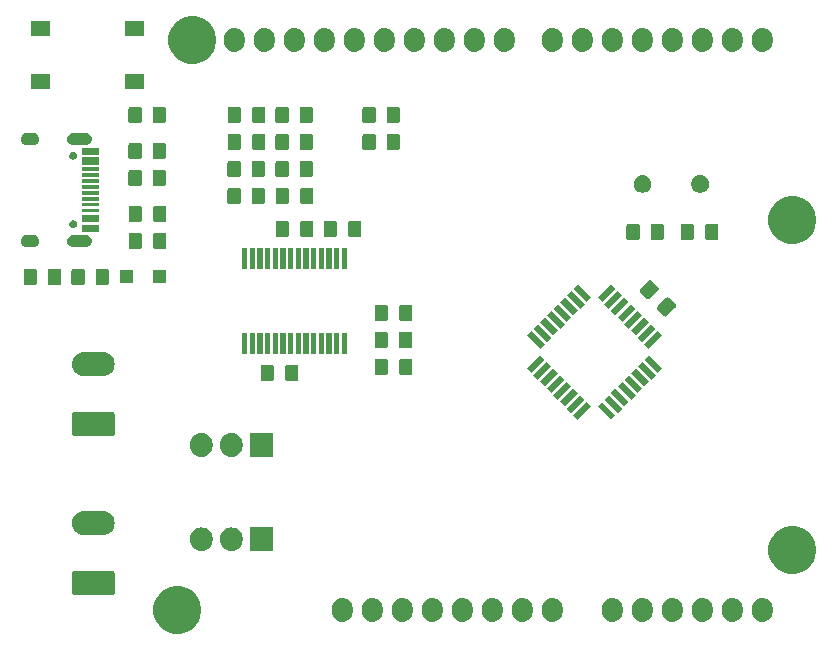
<source format=gbr>
%TF.GenerationSoftware,KiCad,Pcbnew,5.1.6*%
%TF.CreationDate,2020-09-23T15:23:14+12:00*%
%TF.ProjectId,dumbuino,64756d62-7569-46e6-9f2e-6b696361645f,v01*%
%TF.SameCoordinates,Original*%
%TF.FileFunction,Soldermask,Top*%
%TF.FilePolarity,Negative*%
%FSLAX46Y46*%
G04 Gerber Fmt 4.6, Leading zero omitted, Abs format (unit mm)*
G04 Created by KiCad (PCBNEW 5.1.6) date 2020-09-23 15:23:14*
%MOMM*%
%LPD*%
G01*
G04 APERTURE LIST*
%ADD10C,0.100000*%
G04 APERTURE END LIST*
D10*
G36*
X125560713Y-121871089D02*
G01*
X125930513Y-122024265D01*
X125930515Y-122024266D01*
X126258893Y-122243681D01*
X126263325Y-122246643D01*
X126546357Y-122529675D01*
X126546359Y-122529678D01*
X126741347Y-122821497D01*
X126768735Y-122862487D01*
X126921911Y-123232287D01*
X127000000Y-123624865D01*
X127000000Y-124025135D01*
X126921911Y-124417713D01*
X126768735Y-124787513D01*
X126768734Y-124787515D01*
X126549319Y-125115893D01*
X126546357Y-125120325D01*
X126263325Y-125403357D01*
X126263322Y-125403359D01*
X125930515Y-125625734D01*
X125930514Y-125625735D01*
X125930513Y-125625735D01*
X125560713Y-125778911D01*
X125168135Y-125857000D01*
X124767865Y-125857000D01*
X124375287Y-125778911D01*
X124005487Y-125625735D01*
X124005486Y-125625735D01*
X124005485Y-125625734D01*
X123672678Y-125403359D01*
X123672675Y-125403357D01*
X123389643Y-125120325D01*
X123386681Y-125115893D01*
X123167266Y-124787515D01*
X123167265Y-124787513D01*
X123014089Y-124417713D01*
X122936000Y-124025135D01*
X122936000Y-123624865D01*
X123014089Y-123232287D01*
X123167265Y-122862487D01*
X123194654Y-122821497D01*
X123389641Y-122529678D01*
X123389643Y-122529675D01*
X123672675Y-122246643D01*
X123677107Y-122243681D01*
X124005485Y-122024266D01*
X124005487Y-122024265D01*
X124375287Y-121871089D01*
X124767865Y-121793000D01*
X125168135Y-121793000D01*
X125560713Y-121871089D01*
G37*
G36*
X144187294Y-122821496D02*
G01*
X144279200Y-122849376D01*
X144350084Y-122870878D01*
X144469317Y-122934609D01*
X144500111Y-122951069D01*
X144631612Y-123058988D01*
X144739531Y-123190488D01*
X144739533Y-123190492D01*
X144819722Y-123340515D01*
X144841224Y-123411399D01*
X144869104Y-123503305D01*
X144881600Y-123630180D01*
X144881600Y-124019819D01*
X144869104Y-124146694D01*
X144819722Y-124309484D01*
X144819720Y-124309489D01*
X144761874Y-124417711D01*
X144739531Y-124459512D01*
X144631612Y-124591012D01*
X144500112Y-124698931D01*
X144500108Y-124698933D01*
X144350085Y-124779122D01*
X144279201Y-124800624D01*
X144187295Y-124828504D01*
X144018000Y-124845178D01*
X143848706Y-124828504D01*
X143756800Y-124800624D01*
X143685916Y-124779122D01*
X143535893Y-124698933D01*
X143535889Y-124698931D01*
X143404388Y-124591012D01*
X143296469Y-124459512D01*
X143274126Y-124417711D01*
X143216278Y-124309485D01*
X143166897Y-124146697D01*
X143166896Y-124146695D01*
X143154400Y-124019820D01*
X143154400Y-123630181D01*
X143166896Y-123503306D01*
X143216278Y-123340517D01*
X143216278Y-123340516D01*
X143296467Y-123190493D01*
X143296469Y-123190489D01*
X143404388Y-123058988D01*
X143535888Y-122951069D01*
X143566682Y-122934609D01*
X143685915Y-122870878D01*
X143756799Y-122849376D01*
X143848705Y-122821496D01*
X144018000Y-122804822D01*
X144187294Y-122821496D01*
G37*
G36*
X141647294Y-122821496D02*
G01*
X141739200Y-122849376D01*
X141810084Y-122870878D01*
X141929317Y-122934609D01*
X141960111Y-122951069D01*
X142091612Y-123058988D01*
X142199531Y-123190488D01*
X142199533Y-123190492D01*
X142279722Y-123340515D01*
X142301224Y-123411399D01*
X142329104Y-123503305D01*
X142341600Y-123630180D01*
X142341600Y-124019819D01*
X142329104Y-124146694D01*
X142279722Y-124309484D01*
X142279720Y-124309489D01*
X142221874Y-124417711D01*
X142199531Y-124459512D01*
X142091612Y-124591012D01*
X141960112Y-124698931D01*
X141960108Y-124698933D01*
X141810085Y-124779122D01*
X141739201Y-124800624D01*
X141647295Y-124828504D01*
X141478000Y-124845178D01*
X141308706Y-124828504D01*
X141216800Y-124800624D01*
X141145916Y-124779122D01*
X140995893Y-124698933D01*
X140995889Y-124698931D01*
X140864388Y-124591012D01*
X140756469Y-124459512D01*
X140734126Y-124417711D01*
X140676278Y-124309485D01*
X140626897Y-124146697D01*
X140626896Y-124146695D01*
X140614400Y-124019820D01*
X140614400Y-123630181D01*
X140626896Y-123503306D01*
X140676278Y-123340517D01*
X140676278Y-123340516D01*
X140756467Y-123190493D01*
X140756469Y-123190489D01*
X140864388Y-123058988D01*
X140995888Y-122951069D01*
X141026682Y-122934609D01*
X141145915Y-122870878D01*
X141216799Y-122849376D01*
X141308705Y-122821496D01*
X141478000Y-122804822D01*
X141647294Y-122821496D01*
G37*
G36*
X146727294Y-122821496D02*
G01*
X146819200Y-122849376D01*
X146890084Y-122870878D01*
X147009317Y-122934609D01*
X147040111Y-122951069D01*
X147171612Y-123058988D01*
X147279531Y-123190488D01*
X147279533Y-123190492D01*
X147359722Y-123340515D01*
X147381224Y-123411399D01*
X147409104Y-123503305D01*
X147421600Y-123630180D01*
X147421600Y-124019819D01*
X147409104Y-124146694D01*
X147359722Y-124309484D01*
X147359720Y-124309489D01*
X147301874Y-124417711D01*
X147279531Y-124459512D01*
X147171612Y-124591012D01*
X147040112Y-124698931D01*
X147040108Y-124698933D01*
X146890085Y-124779122D01*
X146819201Y-124800624D01*
X146727295Y-124828504D01*
X146558000Y-124845178D01*
X146388706Y-124828504D01*
X146296800Y-124800624D01*
X146225916Y-124779122D01*
X146075893Y-124698933D01*
X146075889Y-124698931D01*
X145944388Y-124591012D01*
X145836469Y-124459512D01*
X145814126Y-124417711D01*
X145756278Y-124309485D01*
X145706897Y-124146697D01*
X145706896Y-124146695D01*
X145694400Y-124019820D01*
X145694400Y-123630181D01*
X145706896Y-123503306D01*
X145756278Y-123340517D01*
X145756278Y-123340516D01*
X145836467Y-123190493D01*
X145836469Y-123190489D01*
X145944388Y-123058988D01*
X146075888Y-122951069D01*
X146106682Y-122934609D01*
X146225915Y-122870878D01*
X146296799Y-122849376D01*
X146388705Y-122821496D01*
X146558000Y-122804822D01*
X146727294Y-122821496D01*
G37*
G36*
X149267294Y-122821496D02*
G01*
X149359200Y-122849376D01*
X149430084Y-122870878D01*
X149549317Y-122934609D01*
X149580111Y-122951069D01*
X149711612Y-123058988D01*
X149819531Y-123190488D01*
X149819533Y-123190492D01*
X149899722Y-123340515D01*
X149921224Y-123411399D01*
X149949104Y-123503305D01*
X149961600Y-123630180D01*
X149961600Y-124019819D01*
X149949104Y-124146694D01*
X149899722Y-124309484D01*
X149899720Y-124309489D01*
X149841874Y-124417711D01*
X149819531Y-124459512D01*
X149711612Y-124591012D01*
X149580112Y-124698931D01*
X149580108Y-124698933D01*
X149430085Y-124779122D01*
X149359201Y-124800624D01*
X149267295Y-124828504D01*
X149098000Y-124845178D01*
X148928706Y-124828504D01*
X148836800Y-124800624D01*
X148765916Y-124779122D01*
X148615893Y-124698933D01*
X148615889Y-124698931D01*
X148484388Y-124591012D01*
X148376469Y-124459512D01*
X148354126Y-124417711D01*
X148296278Y-124309485D01*
X148246897Y-124146697D01*
X148246896Y-124146695D01*
X148234400Y-124019820D01*
X148234400Y-123630181D01*
X148246896Y-123503306D01*
X148296278Y-123340517D01*
X148296278Y-123340516D01*
X148376467Y-123190493D01*
X148376469Y-123190489D01*
X148484388Y-123058988D01*
X148615888Y-122951069D01*
X148646682Y-122934609D01*
X148765915Y-122870878D01*
X148836799Y-122849376D01*
X148928705Y-122821496D01*
X149098000Y-122804822D01*
X149267294Y-122821496D01*
G37*
G36*
X151807294Y-122821496D02*
G01*
X151899200Y-122849376D01*
X151970084Y-122870878D01*
X152089317Y-122934609D01*
X152120111Y-122951069D01*
X152251612Y-123058988D01*
X152359531Y-123190488D01*
X152359533Y-123190492D01*
X152439722Y-123340515D01*
X152461224Y-123411399D01*
X152489104Y-123503305D01*
X152501600Y-123630180D01*
X152501600Y-124019819D01*
X152489104Y-124146694D01*
X152439722Y-124309484D01*
X152439720Y-124309489D01*
X152381874Y-124417711D01*
X152359531Y-124459512D01*
X152251612Y-124591012D01*
X152120112Y-124698931D01*
X152120108Y-124698933D01*
X151970085Y-124779122D01*
X151899201Y-124800624D01*
X151807295Y-124828504D01*
X151638000Y-124845178D01*
X151468706Y-124828504D01*
X151376800Y-124800624D01*
X151305916Y-124779122D01*
X151155893Y-124698933D01*
X151155889Y-124698931D01*
X151024388Y-124591012D01*
X150916469Y-124459512D01*
X150894126Y-124417711D01*
X150836278Y-124309485D01*
X150786897Y-124146697D01*
X150786896Y-124146695D01*
X150774400Y-124019820D01*
X150774400Y-123630181D01*
X150786896Y-123503306D01*
X150836278Y-123340517D01*
X150836278Y-123340516D01*
X150916467Y-123190493D01*
X150916469Y-123190489D01*
X151024388Y-123058988D01*
X151155888Y-122951069D01*
X151186682Y-122934609D01*
X151305915Y-122870878D01*
X151376799Y-122849376D01*
X151468705Y-122821496D01*
X151638000Y-122804822D01*
X151807294Y-122821496D01*
G37*
G36*
X154347294Y-122821496D02*
G01*
X154439200Y-122849376D01*
X154510084Y-122870878D01*
X154629317Y-122934609D01*
X154660111Y-122951069D01*
X154791612Y-123058988D01*
X154899531Y-123190488D01*
X154899533Y-123190492D01*
X154979722Y-123340515D01*
X155001224Y-123411399D01*
X155029104Y-123503305D01*
X155041600Y-123630180D01*
X155041600Y-124019819D01*
X155029104Y-124146694D01*
X154979722Y-124309484D01*
X154979720Y-124309489D01*
X154921874Y-124417711D01*
X154899531Y-124459512D01*
X154791612Y-124591012D01*
X154660112Y-124698931D01*
X154660108Y-124698933D01*
X154510085Y-124779122D01*
X154439201Y-124800624D01*
X154347295Y-124828504D01*
X154178000Y-124845178D01*
X154008706Y-124828504D01*
X153916800Y-124800624D01*
X153845916Y-124779122D01*
X153695893Y-124698933D01*
X153695889Y-124698931D01*
X153564388Y-124591012D01*
X153456469Y-124459512D01*
X153434126Y-124417711D01*
X153376278Y-124309485D01*
X153326897Y-124146697D01*
X153326896Y-124146695D01*
X153314400Y-124019820D01*
X153314400Y-123630181D01*
X153326896Y-123503306D01*
X153376278Y-123340517D01*
X153376278Y-123340516D01*
X153456467Y-123190493D01*
X153456469Y-123190489D01*
X153564388Y-123058988D01*
X153695888Y-122951069D01*
X153726682Y-122934609D01*
X153845915Y-122870878D01*
X153916799Y-122849376D01*
X154008705Y-122821496D01*
X154178000Y-122804822D01*
X154347294Y-122821496D01*
G37*
G36*
X139107294Y-122821496D02*
G01*
X139199200Y-122849376D01*
X139270084Y-122870878D01*
X139389317Y-122934609D01*
X139420111Y-122951069D01*
X139551612Y-123058988D01*
X139659531Y-123190488D01*
X139659533Y-123190492D01*
X139739722Y-123340515D01*
X139761224Y-123411399D01*
X139789104Y-123503305D01*
X139801600Y-123630180D01*
X139801600Y-124019819D01*
X139789104Y-124146694D01*
X139739722Y-124309484D01*
X139739720Y-124309489D01*
X139681874Y-124417711D01*
X139659531Y-124459512D01*
X139551612Y-124591012D01*
X139420112Y-124698931D01*
X139420108Y-124698933D01*
X139270085Y-124779122D01*
X139199201Y-124800624D01*
X139107295Y-124828504D01*
X138938000Y-124845178D01*
X138768706Y-124828504D01*
X138676800Y-124800624D01*
X138605916Y-124779122D01*
X138455893Y-124698933D01*
X138455889Y-124698931D01*
X138324388Y-124591012D01*
X138216469Y-124459512D01*
X138194126Y-124417711D01*
X138136278Y-124309485D01*
X138086897Y-124146697D01*
X138086896Y-124146695D01*
X138074400Y-124019820D01*
X138074400Y-123630181D01*
X138086896Y-123503306D01*
X138136278Y-123340517D01*
X138136278Y-123340516D01*
X138216467Y-123190493D01*
X138216469Y-123190489D01*
X138324388Y-123058988D01*
X138455888Y-122951069D01*
X138486682Y-122934609D01*
X138605915Y-122870878D01*
X138676799Y-122849376D01*
X138768705Y-122821496D01*
X138938000Y-122804822D01*
X139107294Y-122821496D01*
G37*
G36*
X164507294Y-122821496D02*
G01*
X164599200Y-122849376D01*
X164670084Y-122870878D01*
X164789317Y-122934609D01*
X164820111Y-122951069D01*
X164951612Y-123058988D01*
X165059531Y-123190488D01*
X165059533Y-123190492D01*
X165139722Y-123340515D01*
X165161224Y-123411399D01*
X165189104Y-123503305D01*
X165201600Y-123630180D01*
X165201600Y-124019819D01*
X165189104Y-124146694D01*
X165139722Y-124309484D01*
X165139720Y-124309489D01*
X165081874Y-124417711D01*
X165059531Y-124459512D01*
X164951612Y-124591012D01*
X164820112Y-124698931D01*
X164820108Y-124698933D01*
X164670085Y-124779122D01*
X164599201Y-124800624D01*
X164507295Y-124828504D01*
X164338000Y-124845178D01*
X164168706Y-124828504D01*
X164076800Y-124800624D01*
X164005916Y-124779122D01*
X163855893Y-124698933D01*
X163855889Y-124698931D01*
X163724388Y-124591012D01*
X163616469Y-124459512D01*
X163594126Y-124417711D01*
X163536278Y-124309485D01*
X163486897Y-124146697D01*
X163486896Y-124146695D01*
X163474400Y-124019820D01*
X163474400Y-123630181D01*
X163486896Y-123503306D01*
X163536278Y-123340517D01*
X163536278Y-123340516D01*
X163616467Y-123190493D01*
X163616469Y-123190489D01*
X163724388Y-123058988D01*
X163855888Y-122951069D01*
X163886682Y-122934609D01*
X164005915Y-122870878D01*
X164076799Y-122849376D01*
X164168705Y-122821496D01*
X164338000Y-122804822D01*
X164507294Y-122821496D01*
G37*
G36*
X156887294Y-122821496D02*
G01*
X156979200Y-122849376D01*
X157050084Y-122870878D01*
X157169317Y-122934609D01*
X157200111Y-122951069D01*
X157331612Y-123058988D01*
X157439531Y-123190488D01*
X157439533Y-123190492D01*
X157519722Y-123340515D01*
X157541224Y-123411399D01*
X157569104Y-123503305D01*
X157581600Y-123630180D01*
X157581600Y-124019819D01*
X157569104Y-124146694D01*
X157519722Y-124309484D01*
X157519720Y-124309489D01*
X157461874Y-124417711D01*
X157439531Y-124459512D01*
X157331612Y-124591012D01*
X157200112Y-124698931D01*
X157200108Y-124698933D01*
X157050085Y-124779122D01*
X156979201Y-124800624D01*
X156887295Y-124828504D01*
X156718000Y-124845178D01*
X156548706Y-124828504D01*
X156456800Y-124800624D01*
X156385916Y-124779122D01*
X156235893Y-124698933D01*
X156235889Y-124698931D01*
X156104388Y-124591012D01*
X155996469Y-124459512D01*
X155974126Y-124417711D01*
X155916278Y-124309485D01*
X155866897Y-124146697D01*
X155866896Y-124146695D01*
X155854400Y-124019820D01*
X155854400Y-123630181D01*
X155866896Y-123503306D01*
X155916278Y-123340517D01*
X155916278Y-123340516D01*
X155996467Y-123190493D01*
X155996469Y-123190489D01*
X156104388Y-123058988D01*
X156235888Y-122951069D01*
X156266682Y-122934609D01*
X156385915Y-122870878D01*
X156456799Y-122849376D01*
X156548705Y-122821496D01*
X156718000Y-122804822D01*
X156887294Y-122821496D01*
G37*
G36*
X174667294Y-122821496D02*
G01*
X174759200Y-122849376D01*
X174830084Y-122870878D01*
X174949317Y-122934609D01*
X174980111Y-122951069D01*
X175111612Y-123058988D01*
X175219531Y-123190488D01*
X175219533Y-123190492D01*
X175299722Y-123340515D01*
X175321224Y-123411399D01*
X175349104Y-123503305D01*
X175361600Y-123630180D01*
X175361600Y-124019819D01*
X175349104Y-124146694D01*
X175299722Y-124309484D01*
X175299720Y-124309489D01*
X175241874Y-124417711D01*
X175219531Y-124459512D01*
X175111612Y-124591012D01*
X174980112Y-124698931D01*
X174980108Y-124698933D01*
X174830085Y-124779122D01*
X174759201Y-124800624D01*
X174667295Y-124828504D01*
X174498000Y-124845178D01*
X174328706Y-124828504D01*
X174236800Y-124800624D01*
X174165916Y-124779122D01*
X174015893Y-124698933D01*
X174015889Y-124698931D01*
X173884388Y-124591012D01*
X173776469Y-124459512D01*
X173754126Y-124417711D01*
X173696278Y-124309485D01*
X173646897Y-124146697D01*
X173646896Y-124146695D01*
X173634400Y-124019820D01*
X173634400Y-123630181D01*
X173646896Y-123503306D01*
X173696278Y-123340517D01*
X173696278Y-123340516D01*
X173776467Y-123190493D01*
X173776469Y-123190489D01*
X173884388Y-123058988D01*
X174015888Y-122951069D01*
X174046682Y-122934609D01*
X174165915Y-122870878D01*
X174236799Y-122849376D01*
X174328705Y-122821496D01*
X174498000Y-122804822D01*
X174667294Y-122821496D01*
G37*
G36*
X172127294Y-122821496D02*
G01*
X172219200Y-122849376D01*
X172290084Y-122870878D01*
X172409317Y-122934609D01*
X172440111Y-122951069D01*
X172571612Y-123058988D01*
X172679531Y-123190488D01*
X172679533Y-123190492D01*
X172759722Y-123340515D01*
X172781224Y-123411399D01*
X172809104Y-123503305D01*
X172821600Y-123630180D01*
X172821600Y-124019819D01*
X172809104Y-124146694D01*
X172759722Y-124309484D01*
X172759720Y-124309489D01*
X172701874Y-124417711D01*
X172679531Y-124459512D01*
X172571612Y-124591012D01*
X172440112Y-124698931D01*
X172440108Y-124698933D01*
X172290085Y-124779122D01*
X172219201Y-124800624D01*
X172127295Y-124828504D01*
X171958000Y-124845178D01*
X171788706Y-124828504D01*
X171696800Y-124800624D01*
X171625916Y-124779122D01*
X171475893Y-124698933D01*
X171475889Y-124698931D01*
X171344388Y-124591012D01*
X171236469Y-124459512D01*
X171214126Y-124417711D01*
X171156278Y-124309485D01*
X171106897Y-124146697D01*
X171106896Y-124146695D01*
X171094400Y-124019820D01*
X171094400Y-123630181D01*
X171106896Y-123503306D01*
X171156278Y-123340517D01*
X171156278Y-123340516D01*
X171236467Y-123190493D01*
X171236469Y-123190489D01*
X171344388Y-123058988D01*
X171475888Y-122951069D01*
X171506682Y-122934609D01*
X171625915Y-122870878D01*
X171696799Y-122849376D01*
X171788705Y-122821496D01*
X171958000Y-122804822D01*
X172127294Y-122821496D01*
G37*
G36*
X169587294Y-122821496D02*
G01*
X169679200Y-122849376D01*
X169750084Y-122870878D01*
X169869317Y-122934609D01*
X169900111Y-122951069D01*
X170031612Y-123058988D01*
X170139531Y-123190488D01*
X170139533Y-123190492D01*
X170219722Y-123340515D01*
X170241224Y-123411399D01*
X170269104Y-123503305D01*
X170281600Y-123630180D01*
X170281600Y-124019819D01*
X170269104Y-124146694D01*
X170219722Y-124309484D01*
X170219720Y-124309489D01*
X170161874Y-124417711D01*
X170139531Y-124459512D01*
X170031612Y-124591012D01*
X169900112Y-124698931D01*
X169900108Y-124698933D01*
X169750085Y-124779122D01*
X169679201Y-124800624D01*
X169587295Y-124828504D01*
X169418000Y-124845178D01*
X169248706Y-124828504D01*
X169156800Y-124800624D01*
X169085916Y-124779122D01*
X168935893Y-124698933D01*
X168935889Y-124698931D01*
X168804388Y-124591012D01*
X168696469Y-124459512D01*
X168674126Y-124417711D01*
X168616278Y-124309485D01*
X168566897Y-124146697D01*
X168566896Y-124146695D01*
X168554400Y-124019820D01*
X168554400Y-123630181D01*
X168566896Y-123503306D01*
X168616278Y-123340517D01*
X168616278Y-123340516D01*
X168696467Y-123190493D01*
X168696469Y-123190489D01*
X168804388Y-123058988D01*
X168935888Y-122951069D01*
X168966682Y-122934609D01*
X169085915Y-122870878D01*
X169156799Y-122849376D01*
X169248705Y-122821496D01*
X169418000Y-122804822D01*
X169587294Y-122821496D01*
G37*
G36*
X167047294Y-122821496D02*
G01*
X167139200Y-122849376D01*
X167210084Y-122870878D01*
X167329317Y-122934609D01*
X167360111Y-122951069D01*
X167491612Y-123058988D01*
X167599531Y-123190488D01*
X167599533Y-123190492D01*
X167679722Y-123340515D01*
X167701224Y-123411399D01*
X167729104Y-123503305D01*
X167741600Y-123630180D01*
X167741600Y-124019819D01*
X167729104Y-124146694D01*
X167679722Y-124309484D01*
X167679720Y-124309489D01*
X167621874Y-124417711D01*
X167599531Y-124459512D01*
X167491612Y-124591012D01*
X167360112Y-124698931D01*
X167360108Y-124698933D01*
X167210085Y-124779122D01*
X167139201Y-124800624D01*
X167047295Y-124828504D01*
X166878000Y-124845178D01*
X166708706Y-124828504D01*
X166616800Y-124800624D01*
X166545916Y-124779122D01*
X166395893Y-124698933D01*
X166395889Y-124698931D01*
X166264388Y-124591012D01*
X166156469Y-124459512D01*
X166134126Y-124417711D01*
X166076278Y-124309485D01*
X166026897Y-124146697D01*
X166026896Y-124146695D01*
X166014400Y-124019820D01*
X166014400Y-123630181D01*
X166026896Y-123503306D01*
X166076278Y-123340517D01*
X166076278Y-123340516D01*
X166156467Y-123190493D01*
X166156469Y-123190489D01*
X166264388Y-123058988D01*
X166395888Y-122951069D01*
X166426682Y-122934609D01*
X166545915Y-122870878D01*
X166616799Y-122849376D01*
X166708705Y-122821496D01*
X166878000Y-122804822D01*
X167047294Y-122821496D01*
G37*
G36*
X161967294Y-122821496D02*
G01*
X162059200Y-122849376D01*
X162130084Y-122870878D01*
X162249317Y-122934609D01*
X162280111Y-122951069D01*
X162411612Y-123058988D01*
X162519531Y-123190488D01*
X162519533Y-123190492D01*
X162599722Y-123340515D01*
X162621224Y-123411399D01*
X162649104Y-123503305D01*
X162661600Y-123630180D01*
X162661600Y-124019819D01*
X162649104Y-124146694D01*
X162599722Y-124309484D01*
X162599720Y-124309489D01*
X162541874Y-124417711D01*
X162519531Y-124459512D01*
X162411612Y-124591012D01*
X162280112Y-124698931D01*
X162280108Y-124698933D01*
X162130085Y-124779122D01*
X162059201Y-124800624D01*
X161967295Y-124828504D01*
X161798000Y-124845178D01*
X161628706Y-124828504D01*
X161536800Y-124800624D01*
X161465916Y-124779122D01*
X161315893Y-124698933D01*
X161315889Y-124698931D01*
X161184388Y-124591012D01*
X161076469Y-124459512D01*
X161054126Y-124417711D01*
X160996278Y-124309485D01*
X160946897Y-124146697D01*
X160946896Y-124146695D01*
X160934400Y-124019820D01*
X160934400Y-123630181D01*
X160946896Y-123503306D01*
X160996278Y-123340517D01*
X160996278Y-123340516D01*
X161076467Y-123190493D01*
X161076469Y-123190489D01*
X161184388Y-123058988D01*
X161315888Y-122951069D01*
X161346682Y-122934609D01*
X161465915Y-122870878D01*
X161536799Y-122849376D01*
X161628705Y-122821496D01*
X161798000Y-122804822D01*
X161967294Y-122821496D01*
G37*
G36*
X119491398Y-120503212D02*
G01*
X119529701Y-120514831D01*
X119564985Y-120533691D01*
X119595921Y-120559079D01*
X119621309Y-120590015D01*
X119640169Y-120625299D01*
X119651788Y-120663602D01*
X119656000Y-120706370D01*
X119656000Y-122371630D01*
X119651788Y-122414398D01*
X119640169Y-122452701D01*
X119621309Y-122487985D01*
X119595921Y-122518921D01*
X119564985Y-122544309D01*
X119529701Y-122563169D01*
X119491398Y-122574788D01*
X119448630Y-122579000D01*
X116263370Y-122579000D01*
X116220602Y-122574788D01*
X116182299Y-122563169D01*
X116147015Y-122544309D01*
X116116079Y-122518921D01*
X116090691Y-122487985D01*
X116071831Y-122452701D01*
X116060212Y-122414398D01*
X116056000Y-122371630D01*
X116056000Y-120706370D01*
X116060212Y-120663602D01*
X116071831Y-120625299D01*
X116090691Y-120590015D01*
X116116079Y-120559079D01*
X116147015Y-120533691D01*
X116182299Y-120514831D01*
X116220602Y-120503212D01*
X116263370Y-120499000D01*
X119448630Y-120499000D01*
X119491398Y-120503212D01*
G37*
G36*
X177630713Y-116791089D02*
G01*
X178000513Y-116944265D01*
X178000515Y-116944266D01*
X178258254Y-117116482D01*
X178333325Y-117166643D01*
X178616357Y-117449675D01*
X178616359Y-117449678D01*
X178814674Y-117746476D01*
X178838735Y-117782487D01*
X178991911Y-118152287D01*
X179070000Y-118544865D01*
X179070000Y-118945135D01*
X178991911Y-119337713D01*
X178838735Y-119707513D01*
X178616357Y-120040325D01*
X178333325Y-120323357D01*
X178333322Y-120323359D01*
X178000515Y-120545734D01*
X178000514Y-120545735D01*
X178000513Y-120545735D01*
X177630713Y-120698911D01*
X177238135Y-120777000D01*
X176837865Y-120777000D01*
X176445287Y-120698911D01*
X176075487Y-120545735D01*
X176075486Y-120545735D01*
X176075485Y-120545734D01*
X175742678Y-120323359D01*
X175742675Y-120323357D01*
X175459643Y-120040325D01*
X175237265Y-119707513D01*
X175084089Y-119337713D01*
X175006000Y-118945135D01*
X175006000Y-118544865D01*
X175084089Y-118152287D01*
X175237265Y-117782487D01*
X175261327Y-117746476D01*
X175459641Y-117449678D01*
X175459643Y-117449675D01*
X175742675Y-117166643D01*
X175817746Y-117116482D01*
X176075485Y-116944266D01*
X176075487Y-116944265D01*
X176445287Y-116791089D01*
X176837865Y-116713000D01*
X177238135Y-116713000D01*
X177630713Y-116791089D01*
G37*
G36*
X129726725Y-116854542D02*
G01*
X129906270Y-116909007D01*
X130071738Y-116997451D01*
X130216778Y-117116482D01*
X130335806Y-117261518D01*
X130424254Y-117426995D01*
X130478718Y-117606536D01*
X130492500Y-117746467D01*
X130492500Y-117935054D01*
X130478718Y-118074985D01*
X130424253Y-118254530D01*
X130335809Y-118419998D01*
X130216778Y-118565038D01*
X130071742Y-118684066D01*
X129906265Y-118772514D01*
X129726724Y-118826978D01*
X129540000Y-118845369D01*
X129353275Y-118826978D01*
X129173730Y-118772513D01*
X129008262Y-118684069D01*
X128863222Y-118565038D01*
X128744194Y-118420002D01*
X128655746Y-118254525D01*
X128601282Y-118074984D01*
X128587500Y-117935053D01*
X128587500Y-117746466D01*
X128601282Y-117606535D01*
X128655747Y-117426990D01*
X128744191Y-117261522D01*
X128863222Y-117116482D01*
X129008258Y-116997454D01*
X129173735Y-116909006D01*
X129353276Y-116854542D01*
X129540000Y-116836151D01*
X129726725Y-116854542D01*
G37*
G36*
X127186725Y-116854542D02*
G01*
X127366270Y-116909007D01*
X127531738Y-116997451D01*
X127676778Y-117116482D01*
X127795806Y-117261518D01*
X127884254Y-117426995D01*
X127938718Y-117606536D01*
X127952500Y-117746467D01*
X127952500Y-117935054D01*
X127938718Y-118074985D01*
X127884253Y-118254530D01*
X127795809Y-118419998D01*
X127676778Y-118565038D01*
X127531742Y-118684066D01*
X127366265Y-118772514D01*
X127186724Y-118826978D01*
X127000000Y-118845369D01*
X126813275Y-118826978D01*
X126633730Y-118772513D01*
X126468262Y-118684069D01*
X126323222Y-118565038D01*
X126204194Y-118420002D01*
X126115746Y-118254525D01*
X126061282Y-118074984D01*
X126047500Y-117935053D01*
X126047500Y-117746466D01*
X126061282Y-117606535D01*
X126115747Y-117426990D01*
X126204191Y-117261522D01*
X126323222Y-117116482D01*
X126468258Y-116997454D01*
X126633735Y-116909006D01*
X126813276Y-116854542D01*
X127000000Y-116836151D01*
X127186725Y-116854542D01*
G37*
G36*
X133032500Y-118840760D02*
G01*
X131127500Y-118840760D01*
X131127500Y-116840760D01*
X133032500Y-116840760D01*
X133032500Y-118840760D01*
G37*
G36*
X118768948Y-115429032D02*
G01*
X118819877Y-115434048D01*
X118879345Y-115452088D01*
X119015916Y-115493516D01*
X119113486Y-115545668D01*
X119196586Y-115590086D01*
X119196587Y-115590087D01*
X119196589Y-115590088D01*
X119354949Y-115720051D01*
X119484912Y-115878411D01*
X119581484Y-116059084D01*
X119640952Y-116255124D01*
X119661032Y-116459000D01*
X119640952Y-116662876D01*
X119581484Y-116858916D01*
X119484912Y-117039589D01*
X119354949Y-117197949D01*
X119196589Y-117327912D01*
X119196587Y-117327913D01*
X119196586Y-117327914D01*
X119113486Y-117372332D01*
X119015916Y-117424484D01*
X118879345Y-117465912D01*
X118819877Y-117483952D01*
X118768948Y-117488968D01*
X118667091Y-117499000D01*
X117044909Y-117499000D01*
X116943052Y-117488968D01*
X116892123Y-117483952D01*
X116832655Y-117465912D01*
X116696084Y-117424484D01*
X116598514Y-117372332D01*
X116515414Y-117327914D01*
X116515413Y-117327913D01*
X116515411Y-117327912D01*
X116357051Y-117197949D01*
X116227088Y-117039589D01*
X116130516Y-116858916D01*
X116071048Y-116662876D01*
X116050968Y-116459000D01*
X116071048Y-116255124D01*
X116130516Y-116059084D01*
X116227088Y-115878411D01*
X116357051Y-115720051D01*
X116515411Y-115590088D01*
X116515413Y-115590087D01*
X116515414Y-115590086D01*
X116598514Y-115545668D01*
X116696084Y-115493516D01*
X116832655Y-115452088D01*
X116892123Y-115434048D01*
X116943052Y-115429032D01*
X117044909Y-115419000D01*
X118667091Y-115419000D01*
X118768948Y-115429032D01*
G37*
G36*
X129726725Y-108868782D02*
G01*
X129906270Y-108923247D01*
X130071738Y-109011691D01*
X130216778Y-109130722D01*
X130335806Y-109275758D01*
X130424254Y-109441235D01*
X130478718Y-109620776D01*
X130492500Y-109760707D01*
X130492500Y-109949294D01*
X130478718Y-110089225D01*
X130424253Y-110268770D01*
X130335809Y-110434238D01*
X130216778Y-110579278D01*
X130071742Y-110698306D01*
X129906265Y-110786754D01*
X129726724Y-110841218D01*
X129540000Y-110859609D01*
X129353275Y-110841218D01*
X129173730Y-110786753D01*
X129008262Y-110698309D01*
X128863222Y-110579278D01*
X128744194Y-110434242D01*
X128655746Y-110268765D01*
X128601282Y-110089224D01*
X128587500Y-109949293D01*
X128587500Y-109760706D01*
X128601282Y-109620775D01*
X128655747Y-109441230D01*
X128744191Y-109275762D01*
X128863222Y-109130722D01*
X129008258Y-109011694D01*
X129173735Y-108923246D01*
X129353276Y-108868782D01*
X129540000Y-108850391D01*
X129726725Y-108868782D01*
G37*
G36*
X127186725Y-108868782D02*
G01*
X127366270Y-108923247D01*
X127531738Y-109011691D01*
X127676778Y-109130722D01*
X127795806Y-109275758D01*
X127884254Y-109441235D01*
X127938718Y-109620776D01*
X127952500Y-109760707D01*
X127952500Y-109949294D01*
X127938718Y-110089225D01*
X127884253Y-110268770D01*
X127795809Y-110434238D01*
X127676778Y-110579278D01*
X127531742Y-110698306D01*
X127366265Y-110786754D01*
X127186724Y-110841218D01*
X127000000Y-110859609D01*
X126813275Y-110841218D01*
X126633730Y-110786753D01*
X126468262Y-110698309D01*
X126323222Y-110579278D01*
X126204194Y-110434242D01*
X126115746Y-110268765D01*
X126061282Y-110089224D01*
X126047500Y-109949293D01*
X126047500Y-109760706D01*
X126061282Y-109620775D01*
X126115747Y-109441230D01*
X126204191Y-109275762D01*
X126323222Y-109130722D01*
X126468258Y-109011694D01*
X126633735Y-108923246D01*
X126813276Y-108868782D01*
X127000000Y-108850391D01*
X127186725Y-108868782D01*
G37*
G36*
X133032500Y-110855000D02*
G01*
X131127500Y-110855000D01*
X131127500Y-108855000D01*
X133032500Y-108855000D01*
X133032500Y-110855000D01*
G37*
G36*
X119491398Y-107041212D02*
G01*
X119529701Y-107052831D01*
X119564985Y-107071691D01*
X119595921Y-107097079D01*
X119621309Y-107128015D01*
X119640169Y-107163299D01*
X119651788Y-107201602D01*
X119656000Y-107244370D01*
X119656000Y-108909630D01*
X119651788Y-108952398D01*
X119640169Y-108990701D01*
X119621309Y-109025985D01*
X119595921Y-109056921D01*
X119564985Y-109082309D01*
X119529701Y-109101169D01*
X119491398Y-109112788D01*
X119448630Y-109117000D01*
X116263370Y-109117000D01*
X116220602Y-109112788D01*
X116182299Y-109101169D01*
X116147015Y-109082309D01*
X116116079Y-109056921D01*
X116090691Y-109025985D01*
X116071831Y-108990701D01*
X116060212Y-108952398D01*
X116056000Y-108909630D01*
X116056000Y-107244370D01*
X116060212Y-107201602D01*
X116071831Y-107163299D01*
X116090691Y-107128015D01*
X116116079Y-107097079D01*
X116147015Y-107071691D01*
X116182299Y-107052831D01*
X116220602Y-107041212D01*
X116263370Y-107037000D01*
X119448630Y-107037000D01*
X119491398Y-107041212D01*
G37*
G36*
X160008835Y-106594872D02*
G01*
X158877464Y-107726243D01*
X158488555Y-107337334D01*
X159619926Y-106205963D01*
X160008835Y-106594872D01*
G37*
G36*
X162059445Y-107337334D02*
G01*
X161670536Y-107726243D01*
X160539165Y-106594872D01*
X160928074Y-106205963D01*
X162059445Y-107337334D01*
G37*
G36*
X162625130Y-106771648D02*
G01*
X162236221Y-107160557D01*
X161104850Y-106029186D01*
X161493759Y-105640277D01*
X162625130Y-106771648D01*
G37*
G36*
X159443150Y-106029186D02*
G01*
X158311779Y-107160557D01*
X157922870Y-106771648D01*
X159054241Y-105640277D01*
X159443150Y-106029186D01*
G37*
G36*
X163190816Y-106205963D02*
G01*
X162801907Y-106594872D01*
X161670536Y-105463501D01*
X162059445Y-105074592D01*
X163190816Y-106205963D01*
G37*
G36*
X158877464Y-105463501D02*
G01*
X157746093Y-106594872D01*
X157357184Y-106205963D01*
X158488555Y-105074592D01*
X158877464Y-105463501D01*
G37*
G36*
X163756501Y-105640278D02*
G01*
X163367592Y-106029187D01*
X162236221Y-104897816D01*
X162625130Y-104508907D01*
X163756501Y-105640278D01*
G37*
G36*
X158311779Y-104897816D02*
G01*
X157180408Y-106029187D01*
X156791499Y-105640278D01*
X157922870Y-104508907D01*
X158311779Y-104897816D01*
G37*
G36*
X164322187Y-105074592D02*
G01*
X163933278Y-105463501D01*
X162801907Y-104332130D01*
X163190816Y-103943221D01*
X164322187Y-105074592D01*
G37*
G36*
X157746093Y-104332130D02*
G01*
X156614722Y-105463501D01*
X156225813Y-105074592D01*
X157357184Y-103943221D01*
X157746093Y-104332130D01*
G37*
G36*
X164887872Y-104508907D02*
G01*
X164498963Y-104897816D01*
X163367592Y-103766445D01*
X163756501Y-103377536D01*
X164887872Y-104508907D01*
G37*
G36*
X157180408Y-103766445D02*
G01*
X156049037Y-104897816D01*
X155660128Y-104508907D01*
X156791499Y-103377536D01*
X157180408Y-103766445D01*
G37*
G36*
X132989015Y-103063437D02*
G01*
X133029494Y-103075716D01*
X133066802Y-103095658D01*
X133099504Y-103122496D01*
X133126342Y-103155198D01*
X133146284Y-103192506D01*
X133158563Y-103232985D01*
X133163000Y-103278034D01*
X133163000Y-104239966D01*
X133158563Y-104285015D01*
X133146284Y-104325494D01*
X133126342Y-104362802D01*
X133099504Y-104395504D01*
X133066802Y-104422342D01*
X133029494Y-104442284D01*
X132989015Y-104454563D01*
X132943966Y-104459000D01*
X132232034Y-104459000D01*
X132186985Y-104454563D01*
X132146506Y-104442284D01*
X132109198Y-104422342D01*
X132076496Y-104395504D01*
X132049658Y-104362802D01*
X132029716Y-104325494D01*
X132017437Y-104285015D01*
X132013000Y-104239966D01*
X132013000Y-103278034D01*
X132017437Y-103232985D01*
X132029716Y-103192506D01*
X132049658Y-103155198D01*
X132076496Y-103122496D01*
X132109198Y-103095658D01*
X132146506Y-103075716D01*
X132186985Y-103063437D01*
X132232034Y-103059000D01*
X132943966Y-103059000D01*
X132989015Y-103063437D01*
G37*
G36*
X135039015Y-103063437D02*
G01*
X135079494Y-103075716D01*
X135116802Y-103095658D01*
X135149504Y-103122496D01*
X135176342Y-103155198D01*
X135196284Y-103192506D01*
X135208563Y-103232985D01*
X135213000Y-103278034D01*
X135213000Y-104239966D01*
X135208563Y-104285015D01*
X135196284Y-104325494D01*
X135176342Y-104362802D01*
X135149504Y-104395504D01*
X135116802Y-104422342D01*
X135079494Y-104442284D01*
X135039015Y-104454563D01*
X134993966Y-104459000D01*
X134282034Y-104459000D01*
X134236985Y-104454563D01*
X134196506Y-104442284D01*
X134159198Y-104422342D01*
X134126496Y-104395504D01*
X134099658Y-104362802D01*
X134079716Y-104325494D01*
X134067437Y-104285015D01*
X134063000Y-104239966D01*
X134063000Y-103278034D01*
X134067437Y-103232985D01*
X134079716Y-103192506D01*
X134099658Y-103155198D01*
X134126496Y-103122496D01*
X134159198Y-103095658D01*
X134196506Y-103075716D01*
X134236985Y-103063437D01*
X134282034Y-103059000D01*
X134993966Y-103059000D01*
X135039015Y-103063437D01*
G37*
G36*
X165453557Y-103943221D02*
G01*
X165064648Y-104332130D01*
X163933277Y-103200759D01*
X164322186Y-102811850D01*
X165453557Y-103943221D01*
G37*
G36*
X156614723Y-103200759D02*
G01*
X155483352Y-104332130D01*
X155094443Y-103943221D01*
X156225814Y-102811850D01*
X156614723Y-103200759D01*
G37*
G36*
X118768948Y-101967032D02*
G01*
X118819877Y-101972048D01*
X118879345Y-101990088D01*
X119015916Y-102031516D01*
X119113486Y-102083668D01*
X119196586Y-102128086D01*
X119196587Y-102128087D01*
X119196589Y-102128088D01*
X119354949Y-102258051D01*
X119484912Y-102416411D01*
X119581484Y-102597084D01*
X119601208Y-102662107D01*
X119640952Y-102793123D01*
X119661032Y-102997000D01*
X119640952Y-103200877D01*
X119631212Y-103232985D01*
X119581484Y-103396916D01*
X119484912Y-103577589D01*
X119354949Y-103735949D01*
X119196589Y-103865912D01*
X119196587Y-103865913D01*
X119196586Y-103865914D01*
X119116224Y-103908868D01*
X119015916Y-103962484D01*
X118879345Y-104003912D01*
X118819877Y-104021952D01*
X118768948Y-104026968D01*
X118667091Y-104037000D01*
X117044909Y-104037000D01*
X116943052Y-104026968D01*
X116892123Y-104021952D01*
X116832655Y-104003912D01*
X116696084Y-103962484D01*
X116595776Y-103908868D01*
X116515414Y-103865914D01*
X116515413Y-103865913D01*
X116515411Y-103865912D01*
X116357051Y-103735949D01*
X116227088Y-103577589D01*
X116130516Y-103396916D01*
X116080788Y-103232985D01*
X116071048Y-103200877D01*
X116050968Y-102997000D01*
X116071048Y-102793123D01*
X116110792Y-102662107D01*
X116130516Y-102597084D01*
X116227088Y-102416411D01*
X116357051Y-102258051D01*
X116515411Y-102128088D01*
X116515413Y-102128087D01*
X116515414Y-102128086D01*
X116598514Y-102083668D01*
X116696084Y-102031516D01*
X116832655Y-101990088D01*
X116892123Y-101972048D01*
X116943052Y-101967032D01*
X117044909Y-101957000D01*
X118667091Y-101957000D01*
X118768948Y-101967032D01*
G37*
G36*
X142641015Y-102555437D02*
G01*
X142681494Y-102567716D01*
X142718802Y-102587658D01*
X142751504Y-102614496D01*
X142778342Y-102647198D01*
X142798284Y-102684506D01*
X142810563Y-102724985D01*
X142815000Y-102770034D01*
X142815000Y-103731966D01*
X142810563Y-103777015D01*
X142798284Y-103817494D01*
X142778342Y-103854802D01*
X142751504Y-103887504D01*
X142718802Y-103914342D01*
X142681494Y-103934284D01*
X142641015Y-103946563D01*
X142595966Y-103951000D01*
X141884034Y-103951000D01*
X141838985Y-103946563D01*
X141798506Y-103934284D01*
X141761198Y-103914342D01*
X141728496Y-103887504D01*
X141701658Y-103854802D01*
X141681716Y-103817494D01*
X141669437Y-103777015D01*
X141665000Y-103731966D01*
X141665000Y-102770034D01*
X141669437Y-102724985D01*
X141681716Y-102684506D01*
X141701658Y-102647198D01*
X141728496Y-102614496D01*
X141761198Y-102587658D01*
X141798506Y-102567716D01*
X141838985Y-102555437D01*
X141884034Y-102551000D01*
X142595966Y-102551000D01*
X142641015Y-102555437D01*
G37*
G36*
X144691015Y-102555437D02*
G01*
X144731494Y-102567716D01*
X144768802Y-102587658D01*
X144801504Y-102614496D01*
X144828342Y-102647198D01*
X144848284Y-102684506D01*
X144860563Y-102724985D01*
X144865000Y-102770034D01*
X144865000Y-103731966D01*
X144860563Y-103777015D01*
X144848284Y-103817494D01*
X144828342Y-103854802D01*
X144801504Y-103887504D01*
X144768802Y-103914342D01*
X144731494Y-103934284D01*
X144691015Y-103946563D01*
X144645966Y-103951000D01*
X143934034Y-103951000D01*
X143888985Y-103946563D01*
X143848506Y-103934284D01*
X143811198Y-103914342D01*
X143778496Y-103887504D01*
X143751658Y-103854802D01*
X143731716Y-103817494D01*
X143719437Y-103777015D01*
X143715000Y-103731966D01*
X143715000Y-102770034D01*
X143719437Y-102724985D01*
X143731716Y-102684506D01*
X143751658Y-102647198D01*
X143778496Y-102614496D01*
X143811198Y-102587658D01*
X143848506Y-102567716D01*
X143888985Y-102555437D01*
X143934034Y-102551000D01*
X144645966Y-102551000D01*
X144691015Y-102555437D01*
G37*
G36*
X166019243Y-103377536D02*
G01*
X165630334Y-103766445D01*
X164498963Y-102635074D01*
X164887872Y-102246165D01*
X166019243Y-103377536D01*
G37*
G36*
X156049037Y-102635074D02*
G01*
X154917666Y-103766445D01*
X154528757Y-103377536D01*
X155660128Y-102246165D01*
X156049037Y-102635074D01*
G37*
G36*
X138024000Y-102138000D02*
G01*
X137574000Y-102138000D01*
X137574000Y-100388000D01*
X138024000Y-100388000D01*
X138024000Y-102138000D01*
G37*
G36*
X135424000Y-102138000D02*
G01*
X134974000Y-102138000D01*
X134974000Y-100388000D01*
X135424000Y-100388000D01*
X135424000Y-102138000D01*
G37*
G36*
X136074000Y-102138000D02*
G01*
X135624000Y-102138000D01*
X135624000Y-100388000D01*
X136074000Y-100388000D01*
X136074000Y-102138000D01*
G37*
G36*
X136724000Y-102138000D02*
G01*
X136274000Y-102138000D01*
X136274000Y-100388000D01*
X136724000Y-100388000D01*
X136724000Y-102138000D01*
G37*
G36*
X134774000Y-102138000D02*
G01*
X134324000Y-102138000D01*
X134324000Y-100388000D01*
X134774000Y-100388000D01*
X134774000Y-102138000D01*
G37*
G36*
X130874000Y-102138000D02*
G01*
X130424000Y-102138000D01*
X130424000Y-100388000D01*
X130874000Y-100388000D01*
X130874000Y-102138000D01*
G37*
G36*
X137374000Y-102138000D02*
G01*
X136924000Y-102138000D01*
X136924000Y-100388000D01*
X137374000Y-100388000D01*
X137374000Y-102138000D01*
G37*
G36*
X132824000Y-102138000D02*
G01*
X132374000Y-102138000D01*
X132374000Y-100388000D01*
X132824000Y-100388000D01*
X132824000Y-102138000D01*
G37*
G36*
X132174000Y-102138000D02*
G01*
X131724000Y-102138000D01*
X131724000Y-100388000D01*
X132174000Y-100388000D01*
X132174000Y-102138000D01*
G37*
G36*
X131524000Y-102138000D02*
G01*
X131074000Y-102138000D01*
X131074000Y-100388000D01*
X131524000Y-100388000D01*
X131524000Y-102138000D01*
G37*
G36*
X138674000Y-102138000D02*
G01*
X138224000Y-102138000D01*
X138224000Y-100388000D01*
X138674000Y-100388000D01*
X138674000Y-102138000D01*
G37*
G36*
X134124000Y-102138000D02*
G01*
X133674000Y-102138000D01*
X133674000Y-100388000D01*
X134124000Y-100388000D01*
X134124000Y-102138000D01*
G37*
G36*
X133474000Y-102138000D02*
G01*
X133024000Y-102138000D01*
X133024000Y-100388000D01*
X133474000Y-100388000D01*
X133474000Y-102138000D01*
G37*
G36*
X139324000Y-102138000D02*
G01*
X138874000Y-102138000D01*
X138874000Y-100388000D01*
X139324000Y-100388000D01*
X139324000Y-102138000D01*
G37*
G36*
X156049037Y-101326926D02*
G01*
X155660128Y-101715835D01*
X154528757Y-100584464D01*
X154917666Y-100195555D01*
X156049037Y-101326926D01*
G37*
G36*
X166019243Y-100584464D02*
G01*
X164887872Y-101715835D01*
X164498963Y-101326926D01*
X165630334Y-100195555D01*
X166019243Y-100584464D01*
G37*
G36*
X142632015Y-100269437D02*
G01*
X142672494Y-100281716D01*
X142709802Y-100301658D01*
X142742504Y-100328496D01*
X142769342Y-100361198D01*
X142789284Y-100398506D01*
X142801563Y-100438985D01*
X142806000Y-100484034D01*
X142806000Y-101445966D01*
X142801563Y-101491015D01*
X142789284Y-101531494D01*
X142769342Y-101568802D01*
X142742504Y-101601504D01*
X142709802Y-101628342D01*
X142672494Y-101648284D01*
X142632015Y-101660563D01*
X142586966Y-101665000D01*
X141875034Y-101665000D01*
X141829985Y-101660563D01*
X141789506Y-101648284D01*
X141752198Y-101628342D01*
X141719496Y-101601504D01*
X141692658Y-101568802D01*
X141672716Y-101531494D01*
X141660437Y-101491015D01*
X141656000Y-101445966D01*
X141656000Y-100484034D01*
X141660437Y-100438985D01*
X141672716Y-100398506D01*
X141692658Y-100361198D01*
X141719496Y-100328496D01*
X141752198Y-100301658D01*
X141789506Y-100281716D01*
X141829985Y-100269437D01*
X141875034Y-100265000D01*
X142586966Y-100265000D01*
X142632015Y-100269437D01*
G37*
G36*
X144682015Y-100269437D02*
G01*
X144722494Y-100281716D01*
X144759802Y-100301658D01*
X144792504Y-100328496D01*
X144819342Y-100361198D01*
X144839284Y-100398506D01*
X144851563Y-100438985D01*
X144856000Y-100484034D01*
X144856000Y-101445966D01*
X144851563Y-101491015D01*
X144839284Y-101531494D01*
X144819342Y-101568802D01*
X144792504Y-101601504D01*
X144759802Y-101628342D01*
X144722494Y-101648284D01*
X144682015Y-101660563D01*
X144636966Y-101665000D01*
X143925034Y-101665000D01*
X143879985Y-101660563D01*
X143839506Y-101648284D01*
X143802198Y-101628342D01*
X143769496Y-101601504D01*
X143742658Y-101568802D01*
X143722716Y-101531494D01*
X143710437Y-101491015D01*
X143706000Y-101445966D01*
X143706000Y-100484034D01*
X143710437Y-100438985D01*
X143722716Y-100398506D01*
X143742658Y-100361198D01*
X143769496Y-100328496D01*
X143802198Y-100301658D01*
X143839506Y-100281716D01*
X143879985Y-100269437D01*
X143925034Y-100265000D01*
X144636966Y-100265000D01*
X144682015Y-100269437D01*
G37*
G36*
X156614723Y-100761241D02*
G01*
X156225814Y-101150150D01*
X155094443Y-100018779D01*
X155483352Y-99629870D01*
X156614723Y-100761241D01*
G37*
G36*
X165453557Y-100018779D02*
G01*
X164322186Y-101150150D01*
X163933277Y-100761241D01*
X165064648Y-99629870D01*
X165453557Y-100018779D01*
G37*
G36*
X164887872Y-99453093D02*
G01*
X163756501Y-100584464D01*
X163367592Y-100195555D01*
X164498963Y-99064184D01*
X164887872Y-99453093D01*
G37*
G36*
X157180408Y-100195555D02*
G01*
X156791499Y-100584464D01*
X155660128Y-99453093D01*
X156049037Y-99064184D01*
X157180408Y-100195555D01*
G37*
G36*
X164322187Y-98887408D02*
G01*
X163190816Y-100018779D01*
X162801907Y-99629870D01*
X163933278Y-98498499D01*
X164322187Y-98887408D01*
G37*
G36*
X157746093Y-99629870D02*
G01*
X157357184Y-100018779D01*
X156225813Y-98887408D01*
X156614722Y-98498499D01*
X157746093Y-99629870D01*
G37*
G36*
X158311779Y-99064184D02*
G01*
X157922870Y-99453093D01*
X156791499Y-98321722D01*
X157180408Y-97932813D01*
X158311779Y-99064184D01*
G37*
G36*
X163756501Y-98321722D02*
G01*
X162625130Y-99453093D01*
X162236221Y-99064184D01*
X163367592Y-97932813D01*
X163756501Y-98321722D01*
G37*
G36*
X142641015Y-97983437D02*
G01*
X142681494Y-97995716D01*
X142718802Y-98015658D01*
X142751504Y-98042496D01*
X142778342Y-98075198D01*
X142798284Y-98112506D01*
X142810563Y-98152985D01*
X142815000Y-98198034D01*
X142815000Y-99159966D01*
X142810563Y-99205015D01*
X142798284Y-99245494D01*
X142778342Y-99282802D01*
X142751504Y-99315504D01*
X142718802Y-99342342D01*
X142681494Y-99362284D01*
X142641015Y-99374563D01*
X142595966Y-99379000D01*
X141884034Y-99379000D01*
X141838985Y-99374563D01*
X141798506Y-99362284D01*
X141761198Y-99342342D01*
X141728496Y-99315504D01*
X141701658Y-99282802D01*
X141681716Y-99245494D01*
X141669437Y-99205015D01*
X141665000Y-99159966D01*
X141665000Y-98198034D01*
X141669437Y-98152985D01*
X141681716Y-98112506D01*
X141701658Y-98075198D01*
X141728496Y-98042496D01*
X141761198Y-98015658D01*
X141798506Y-97995716D01*
X141838985Y-97983437D01*
X141884034Y-97979000D01*
X142595966Y-97979000D01*
X142641015Y-97983437D01*
G37*
G36*
X144691015Y-97983437D02*
G01*
X144731494Y-97995716D01*
X144768802Y-98015658D01*
X144801504Y-98042496D01*
X144828342Y-98075198D01*
X144848284Y-98112506D01*
X144860563Y-98152985D01*
X144865000Y-98198034D01*
X144865000Y-99159966D01*
X144860563Y-99205015D01*
X144848284Y-99245494D01*
X144828342Y-99282802D01*
X144801504Y-99315504D01*
X144768802Y-99342342D01*
X144731494Y-99362284D01*
X144691015Y-99374563D01*
X144645966Y-99379000D01*
X143934034Y-99379000D01*
X143888985Y-99374563D01*
X143848506Y-99362284D01*
X143811198Y-99342342D01*
X143778496Y-99315504D01*
X143751658Y-99282802D01*
X143731716Y-99245494D01*
X143719437Y-99205015D01*
X143715000Y-99159966D01*
X143715000Y-98198034D01*
X143719437Y-98152985D01*
X143731716Y-98112506D01*
X143751658Y-98075198D01*
X143778496Y-98042496D01*
X143811198Y-98015658D01*
X143848506Y-97995716D01*
X143888985Y-97983437D01*
X143934034Y-97979000D01*
X144645966Y-97979000D01*
X144691015Y-97983437D01*
G37*
G36*
X166500490Y-97363382D02*
G01*
X166540969Y-97375661D01*
X166578277Y-97395603D01*
X166613266Y-97424318D01*
X166635158Y-97446210D01*
X166635164Y-97446215D01*
X167094785Y-97905836D01*
X167094790Y-97905842D01*
X167116682Y-97927734D01*
X167145397Y-97962723D01*
X167165339Y-98000031D01*
X167177618Y-98040510D01*
X167181765Y-98082612D01*
X167177618Y-98124714D01*
X167165339Y-98165193D01*
X167145397Y-98202501D01*
X167116682Y-98237490D01*
X167094790Y-98259382D01*
X167094785Y-98259388D01*
X166458388Y-98895785D01*
X166458382Y-98895790D01*
X166436490Y-98917682D01*
X166401501Y-98946397D01*
X166364193Y-98966339D01*
X166323714Y-98978618D01*
X166281612Y-98982765D01*
X166239510Y-98978618D01*
X166199031Y-98966339D01*
X166161723Y-98946397D01*
X166126734Y-98917682D01*
X166104842Y-98895790D01*
X166104836Y-98895785D01*
X165645215Y-98436164D01*
X165645210Y-98436158D01*
X165623318Y-98414266D01*
X165594603Y-98379277D01*
X165574661Y-98341969D01*
X165562382Y-98301490D01*
X165558235Y-98259388D01*
X165562382Y-98217286D01*
X165574661Y-98176807D01*
X165594603Y-98139499D01*
X165623318Y-98104510D01*
X165645210Y-98082618D01*
X165645215Y-98082612D01*
X166281612Y-97446215D01*
X166281618Y-97446210D01*
X166303510Y-97424318D01*
X166338499Y-97395603D01*
X166375807Y-97375661D01*
X166416286Y-97363382D01*
X166458388Y-97359235D01*
X166500490Y-97363382D01*
G37*
G36*
X158877464Y-98498499D02*
G01*
X158488555Y-98887408D01*
X157357184Y-97756037D01*
X157746093Y-97367128D01*
X158877464Y-98498499D01*
G37*
G36*
X163190816Y-97756037D02*
G01*
X162059445Y-98887408D01*
X161670536Y-98498499D01*
X162801907Y-97367128D01*
X163190816Y-97756037D01*
G37*
G36*
X162625130Y-97190352D02*
G01*
X161493759Y-98321723D01*
X161104850Y-97932814D01*
X162236221Y-96801443D01*
X162625130Y-97190352D01*
G37*
G36*
X159443150Y-97932814D02*
G01*
X159054241Y-98321723D01*
X157922870Y-97190352D01*
X158311779Y-96801443D01*
X159443150Y-97932814D01*
G37*
G36*
X160008835Y-97367128D02*
G01*
X159619926Y-97756037D01*
X158488555Y-96624666D01*
X158877464Y-96235757D01*
X160008835Y-97367128D01*
G37*
G36*
X162059445Y-96624666D02*
G01*
X160928074Y-97756037D01*
X160539165Y-97367128D01*
X161670536Y-96235757D01*
X162059445Y-96624666D01*
G37*
G36*
X165050922Y-95913814D02*
G01*
X165091401Y-95926093D01*
X165128709Y-95946035D01*
X165163698Y-95974750D01*
X165185590Y-95996642D01*
X165185596Y-95996647D01*
X165645217Y-96456268D01*
X165645222Y-96456274D01*
X165667114Y-96478166D01*
X165695829Y-96513155D01*
X165715771Y-96550463D01*
X165728050Y-96590942D01*
X165732197Y-96633044D01*
X165728050Y-96675146D01*
X165715771Y-96715625D01*
X165695829Y-96752933D01*
X165667114Y-96787922D01*
X165645222Y-96809814D01*
X165645217Y-96809820D01*
X165008820Y-97446217D01*
X165008814Y-97446222D01*
X164986922Y-97468114D01*
X164951933Y-97496829D01*
X164914625Y-97516771D01*
X164874146Y-97529050D01*
X164832044Y-97533197D01*
X164789942Y-97529050D01*
X164749463Y-97516771D01*
X164712155Y-97496829D01*
X164677166Y-97468114D01*
X164655274Y-97446222D01*
X164655268Y-97446217D01*
X164195647Y-96986596D01*
X164195642Y-96986590D01*
X164173750Y-96964698D01*
X164145035Y-96929709D01*
X164125093Y-96892401D01*
X164112814Y-96851922D01*
X164108667Y-96809820D01*
X164112814Y-96767718D01*
X164125093Y-96727239D01*
X164145035Y-96689931D01*
X164173750Y-96654942D01*
X164195642Y-96633050D01*
X164195647Y-96633044D01*
X164832044Y-95996647D01*
X164832050Y-95996642D01*
X164853942Y-95974750D01*
X164888931Y-95946035D01*
X164926239Y-95926093D01*
X164966718Y-95913814D01*
X165008820Y-95909667D01*
X165050922Y-95913814D01*
G37*
G36*
X112914015Y-94935437D02*
G01*
X112954494Y-94947716D01*
X112991802Y-94967658D01*
X113024504Y-94994496D01*
X113051342Y-95027198D01*
X113071284Y-95064506D01*
X113083563Y-95104985D01*
X113088000Y-95150034D01*
X113088000Y-96111966D01*
X113083563Y-96157015D01*
X113071284Y-96197494D01*
X113051342Y-96234802D01*
X113024504Y-96267504D01*
X112991802Y-96294342D01*
X112954494Y-96314284D01*
X112914015Y-96326563D01*
X112868966Y-96331000D01*
X112157034Y-96331000D01*
X112111985Y-96326563D01*
X112071506Y-96314284D01*
X112034198Y-96294342D01*
X112001496Y-96267504D01*
X111974658Y-96234802D01*
X111954716Y-96197494D01*
X111942437Y-96157015D01*
X111938000Y-96111966D01*
X111938000Y-95150034D01*
X111942437Y-95104985D01*
X111954716Y-95064506D01*
X111974658Y-95027198D01*
X112001496Y-94994496D01*
X112034198Y-94967658D01*
X112071506Y-94947716D01*
X112111985Y-94935437D01*
X112157034Y-94931000D01*
X112868966Y-94931000D01*
X112914015Y-94935437D01*
G37*
G36*
X114964015Y-94935437D02*
G01*
X115004494Y-94947716D01*
X115041802Y-94967658D01*
X115074504Y-94994496D01*
X115101342Y-95027198D01*
X115121284Y-95064506D01*
X115133563Y-95104985D01*
X115138000Y-95150034D01*
X115138000Y-96111966D01*
X115133563Y-96157015D01*
X115121284Y-96197494D01*
X115101342Y-96234802D01*
X115074504Y-96267504D01*
X115041802Y-96294342D01*
X115004494Y-96314284D01*
X114964015Y-96326563D01*
X114918966Y-96331000D01*
X114207034Y-96331000D01*
X114161985Y-96326563D01*
X114121506Y-96314284D01*
X114084198Y-96294342D01*
X114051496Y-96267504D01*
X114024658Y-96234802D01*
X114004716Y-96197494D01*
X113992437Y-96157015D01*
X113988000Y-96111966D01*
X113988000Y-95150034D01*
X113992437Y-95104985D01*
X114004716Y-95064506D01*
X114024658Y-95027198D01*
X114051496Y-94994496D01*
X114084198Y-94967658D01*
X114121506Y-94947716D01*
X114161985Y-94935437D01*
X114207034Y-94931000D01*
X114918966Y-94931000D01*
X114964015Y-94935437D01*
G37*
G36*
X116969015Y-94935437D02*
G01*
X117009494Y-94947716D01*
X117046802Y-94967658D01*
X117079504Y-94994496D01*
X117106342Y-95027198D01*
X117126284Y-95064506D01*
X117138563Y-95104985D01*
X117143000Y-95150034D01*
X117143000Y-96111966D01*
X117138563Y-96157015D01*
X117126284Y-96197494D01*
X117106342Y-96234802D01*
X117079504Y-96267504D01*
X117046802Y-96294342D01*
X117009494Y-96314284D01*
X116969015Y-96326563D01*
X116923966Y-96331000D01*
X116212034Y-96331000D01*
X116166985Y-96326563D01*
X116126506Y-96314284D01*
X116089198Y-96294342D01*
X116056496Y-96267504D01*
X116029658Y-96234802D01*
X116009716Y-96197494D01*
X115997437Y-96157015D01*
X115993000Y-96111966D01*
X115993000Y-95150034D01*
X115997437Y-95104985D01*
X116009716Y-95064506D01*
X116029658Y-95027198D01*
X116056496Y-94994496D01*
X116089198Y-94967658D01*
X116126506Y-94947716D01*
X116166985Y-94935437D01*
X116212034Y-94931000D01*
X116923966Y-94931000D01*
X116969015Y-94935437D01*
G37*
G36*
X119019015Y-94935437D02*
G01*
X119059494Y-94947716D01*
X119096802Y-94967658D01*
X119129504Y-94994496D01*
X119156342Y-95027198D01*
X119176284Y-95064506D01*
X119188563Y-95104985D01*
X119193000Y-95150034D01*
X119193000Y-96111966D01*
X119188563Y-96157015D01*
X119176284Y-96197494D01*
X119156342Y-96234802D01*
X119129504Y-96267504D01*
X119096802Y-96294342D01*
X119059494Y-96314284D01*
X119019015Y-96326563D01*
X118973966Y-96331000D01*
X118262034Y-96331000D01*
X118216985Y-96326563D01*
X118176506Y-96314284D01*
X118139198Y-96294342D01*
X118106496Y-96267504D01*
X118079658Y-96234802D01*
X118059716Y-96197494D01*
X118047437Y-96157015D01*
X118043000Y-96111966D01*
X118043000Y-95150034D01*
X118047437Y-95104985D01*
X118059716Y-95064506D01*
X118079658Y-95027198D01*
X118106496Y-94994496D01*
X118139198Y-94967658D01*
X118176506Y-94947716D01*
X118216985Y-94935437D01*
X118262034Y-94931000D01*
X118973966Y-94931000D01*
X119019015Y-94935437D01*
G37*
G36*
X121200000Y-96181000D02*
G01*
X120100000Y-96181000D01*
X120100000Y-95081000D01*
X121200000Y-95081000D01*
X121200000Y-96181000D01*
G37*
G36*
X124000000Y-96181000D02*
G01*
X122900000Y-96181000D01*
X122900000Y-95081000D01*
X124000000Y-95081000D01*
X124000000Y-96181000D01*
G37*
G36*
X133474000Y-94938000D02*
G01*
X133024000Y-94938000D01*
X133024000Y-93188000D01*
X133474000Y-93188000D01*
X133474000Y-94938000D01*
G37*
G36*
X134124000Y-94938000D02*
G01*
X133674000Y-94938000D01*
X133674000Y-93188000D01*
X134124000Y-93188000D01*
X134124000Y-94938000D01*
G37*
G36*
X134774000Y-94938000D02*
G01*
X134324000Y-94938000D01*
X134324000Y-93188000D01*
X134774000Y-93188000D01*
X134774000Y-94938000D01*
G37*
G36*
X137374000Y-94938000D02*
G01*
X136924000Y-94938000D01*
X136924000Y-93188000D01*
X137374000Y-93188000D01*
X137374000Y-94938000D01*
G37*
G36*
X139324000Y-94938000D02*
G01*
X138874000Y-94938000D01*
X138874000Y-93188000D01*
X139324000Y-93188000D01*
X139324000Y-94938000D01*
G37*
G36*
X136074000Y-94938000D02*
G01*
X135624000Y-94938000D01*
X135624000Y-93188000D01*
X136074000Y-93188000D01*
X136074000Y-94938000D01*
G37*
G36*
X136724000Y-94938000D02*
G01*
X136274000Y-94938000D01*
X136274000Y-93188000D01*
X136724000Y-93188000D01*
X136724000Y-94938000D01*
G37*
G36*
X138024000Y-94938000D02*
G01*
X137574000Y-94938000D01*
X137574000Y-93188000D01*
X138024000Y-93188000D01*
X138024000Y-94938000D01*
G37*
G36*
X135424000Y-94938000D02*
G01*
X134974000Y-94938000D01*
X134974000Y-93188000D01*
X135424000Y-93188000D01*
X135424000Y-94938000D01*
G37*
G36*
X130874000Y-94938000D02*
G01*
X130424000Y-94938000D01*
X130424000Y-93188000D01*
X130874000Y-93188000D01*
X130874000Y-94938000D01*
G37*
G36*
X131524000Y-94938000D02*
G01*
X131074000Y-94938000D01*
X131074000Y-93188000D01*
X131524000Y-93188000D01*
X131524000Y-94938000D01*
G37*
G36*
X132824000Y-94938000D02*
G01*
X132374000Y-94938000D01*
X132374000Y-93188000D01*
X132824000Y-93188000D01*
X132824000Y-94938000D01*
G37*
G36*
X132174000Y-94938000D02*
G01*
X131724000Y-94938000D01*
X131724000Y-93188000D01*
X132174000Y-93188000D01*
X132174000Y-94938000D01*
G37*
G36*
X138674000Y-94938000D02*
G01*
X138224000Y-94938000D01*
X138224000Y-93188000D01*
X138674000Y-93188000D01*
X138674000Y-94938000D01*
G37*
G36*
X121813015Y-91887437D02*
G01*
X121853494Y-91899716D01*
X121890802Y-91919658D01*
X121923504Y-91946496D01*
X121950342Y-91979198D01*
X121970284Y-92016506D01*
X121982563Y-92056985D01*
X121987000Y-92102034D01*
X121987000Y-93063966D01*
X121982563Y-93109015D01*
X121970284Y-93149494D01*
X121950342Y-93186802D01*
X121923504Y-93219504D01*
X121890802Y-93246342D01*
X121853494Y-93266284D01*
X121813015Y-93278563D01*
X121767966Y-93283000D01*
X121056034Y-93283000D01*
X121010985Y-93278563D01*
X120970506Y-93266284D01*
X120933198Y-93246342D01*
X120900496Y-93219504D01*
X120873658Y-93186802D01*
X120853716Y-93149494D01*
X120841437Y-93109015D01*
X120837000Y-93063966D01*
X120837000Y-92102034D01*
X120841437Y-92056985D01*
X120853716Y-92016506D01*
X120873658Y-91979198D01*
X120900496Y-91946496D01*
X120933198Y-91919658D01*
X120970506Y-91899716D01*
X121010985Y-91887437D01*
X121056034Y-91883000D01*
X121767966Y-91883000D01*
X121813015Y-91887437D01*
G37*
G36*
X123863015Y-91887437D02*
G01*
X123903494Y-91899716D01*
X123940802Y-91919658D01*
X123973504Y-91946496D01*
X124000342Y-91979198D01*
X124020284Y-92016506D01*
X124032563Y-92056985D01*
X124037000Y-92102034D01*
X124037000Y-93063966D01*
X124032563Y-93109015D01*
X124020284Y-93149494D01*
X124000342Y-93186802D01*
X123973504Y-93219504D01*
X123940802Y-93246342D01*
X123903494Y-93266284D01*
X123863015Y-93278563D01*
X123817966Y-93283000D01*
X123106034Y-93283000D01*
X123060985Y-93278563D01*
X123020506Y-93266284D01*
X122983198Y-93246342D01*
X122950496Y-93219504D01*
X122923658Y-93186802D01*
X122903716Y-93149494D01*
X122891437Y-93109015D01*
X122887000Y-93063966D01*
X122887000Y-92102034D01*
X122891437Y-92056985D01*
X122903716Y-92016506D01*
X122923658Y-91979198D01*
X122950496Y-91946496D01*
X122983198Y-91919658D01*
X123020506Y-91899716D01*
X123060985Y-91887437D01*
X123106034Y-91883000D01*
X123817966Y-91883000D01*
X123863015Y-91887437D01*
G37*
G36*
X117267046Y-92087412D02*
G01*
X117316019Y-92092235D01*
X117353717Y-92103671D01*
X117410267Y-92120825D01*
X117497129Y-92167254D01*
X117573264Y-92229736D01*
X117635746Y-92305871D01*
X117682175Y-92392733D01*
X117698872Y-92447777D01*
X117710765Y-92486981D01*
X117720419Y-92585000D01*
X117710765Y-92683019D01*
X117699329Y-92720717D01*
X117682175Y-92777267D01*
X117635746Y-92864129D01*
X117573264Y-92940264D01*
X117497129Y-93002746D01*
X117410267Y-93049175D01*
X117353717Y-93066329D01*
X117316019Y-93077765D01*
X117275324Y-93081773D01*
X117242560Y-93085000D01*
X116093440Y-93085000D01*
X116060676Y-93081773D01*
X116019981Y-93077765D01*
X115982283Y-93066329D01*
X115925733Y-93049175D01*
X115838871Y-93002746D01*
X115762736Y-92940264D01*
X115700254Y-92864129D01*
X115653825Y-92777267D01*
X115636671Y-92720717D01*
X115625235Y-92683019D01*
X115615581Y-92585000D01*
X115625235Y-92486981D01*
X115637128Y-92447777D01*
X115653825Y-92392733D01*
X115700254Y-92305871D01*
X115762736Y-92229736D01*
X115838871Y-92167254D01*
X115925733Y-92120825D01*
X115982283Y-92103671D01*
X116019981Y-92092235D01*
X116068954Y-92087412D01*
X116093440Y-92085000D01*
X117242560Y-92085000D01*
X117267046Y-92087412D01*
G37*
G36*
X112837046Y-92087412D02*
G01*
X112886019Y-92092235D01*
X112923717Y-92103671D01*
X112980267Y-92120825D01*
X113067129Y-92167254D01*
X113143264Y-92229736D01*
X113205746Y-92305871D01*
X113252175Y-92392733D01*
X113268872Y-92447777D01*
X113280765Y-92486981D01*
X113290419Y-92585000D01*
X113280765Y-92683019D01*
X113269329Y-92720717D01*
X113252175Y-92777267D01*
X113205746Y-92864129D01*
X113143264Y-92940264D01*
X113067129Y-93002746D01*
X112980267Y-93049175D01*
X112923717Y-93066329D01*
X112886019Y-93077765D01*
X112845324Y-93081773D01*
X112812560Y-93085000D01*
X112163440Y-93085000D01*
X112130676Y-93081773D01*
X112089981Y-93077765D01*
X112052283Y-93066329D01*
X111995733Y-93049175D01*
X111908871Y-93002746D01*
X111832736Y-92940264D01*
X111770254Y-92864129D01*
X111723825Y-92777267D01*
X111706671Y-92720717D01*
X111695235Y-92683019D01*
X111685581Y-92585000D01*
X111695235Y-92486981D01*
X111707128Y-92447777D01*
X111723825Y-92392733D01*
X111770254Y-92305871D01*
X111832736Y-92229736D01*
X111908871Y-92167254D01*
X111995733Y-92120825D01*
X112052283Y-92103671D01*
X112089981Y-92092235D01*
X112138954Y-92087412D01*
X112163440Y-92085000D01*
X112812560Y-92085000D01*
X112837046Y-92087412D01*
G37*
G36*
X177630713Y-88851089D02*
G01*
X178000513Y-89004265D01*
X178000515Y-89004266D01*
X178241070Y-89165000D01*
X178333325Y-89226643D01*
X178616357Y-89509675D01*
X178616359Y-89509678D01*
X178809162Y-89798227D01*
X178838735Y-89842487D01*
X178991911Y-90212287D01*
X179070000Y-90604865D01*
X179070000Y-91005135D01*
X178991911Y-91397713D01*
X178838735Y-91767513D01*
X178838734Y-91767515D01*
X178758359Y-91887804D01*
X178616357Y-92100325D01*
X178333325Y-92383357D01*
X178333322Y-92383359D01*
X178000515Y-92605734D01*
X178000514Y-92605735D01*
X178000513Y-92605735D01*
X177630713Y-92758911D01*
X177238135Y-92837000D01*
X176837865Y-92837000D01*
X176445287Y-92758911D01*
X176075487Y-92605735D01*
X176075486Y-92605735D01*
X176075485Y-92605734D01*
X175742678Y-92383359D01*
X175742675Y-92383357D01*
X175459643Y-92100325D01*
X175317641Y-91887804D01*
X175237266Y-91767515D01*
X175237265Y-91767513D01*
X175084089Y-91397713D01*
X175006000Y-91005135D01*
X175006000Y-90604865D01*
X175084089Y-90212287D01*
X175237265Y-89842487D01*
X175266839Y-89798227D01*
X175459641Y-89509678D01*
X175459643Y-89509675D01*
X175742675Y-89226643D01*
X175834930Y-89165000D01*
X176075485Y-89004266D01*
X176075487Y-89004265D01*
X176445287Y-88851089D01*
X176837865Y-88773000D01*
X177238135Y-88773000D01*
X177630713Y-88851089D01*
G37*
G36*
X163959015Y-91125437D02*
G01*
X163999494Y-91137716D01*
X164036802Y-91157658D01*
X164069504Y-91184496D01*
X164096342Y-91217198D01*
X164116284Y-91254506D01*
X164128563Y-91294985D01*
X164133000Y-91340034D01*
X164133000Y-92301966D01*
X164128563Y-92347015D01*
X164116284Y-92387494D01*
X164096342Y-92424802D01*
X164069504Y-92457504D01*
X164036802Y-92484342D01*
X163999494Y-92504284D01*
X163959015Y-92516563D01*
X163913966Y-92521000D01*
X163202034Y-92521000D01*
X163156985Y-92516563D01*
X163116506Y-92504284D01*
X163079198Y-92484342D01*
X163046496Y-92457504D01*
X163019658Y-92424802D01*
X162999716Y-92387494D01*
X162987437Y-92347015D01*
X162983000Y-92301966D01*
X162983000Y-91340034D01*
X162987437Y-91294985D01*
X162999716Y-91254506D01*
X163019658Y-91217198D01*
X163046496Y-91184496D01*
X163079198Y-91157658D01*
X163116506Y-91137716D01*
X163156985Y-91125437D01*
X163202034Y-91121000D01*
X163913966Y-91121000D01*
X163959015Y-91125437D01*
G37*
G36*
X166009015Y-91125437D02*
G01*
X166049494Y-91137716D01*
X166086802Y-91157658D01*
X166119504Y-91184496D01*
X166146342Y-91217198D01*
X166166284Y-91254506D01*
X166178563Y-91294985D01*
X166183000Y-91340034D01*
X166183000Y-92301966D01*
X166178563Y-92347015D01*
X166166284Y-92387494D01*
X166146342Y-92424802D01*
X166119504Y-92457504D01*
X166086802Y-92484342D01*
X166049494Y-92504284D01*
X166009015Y-92516563D01*
X165963966Y-92521000D01*
X165252034Y-92521000D01*
X165206985Y-92516563D01*
X165166506Y-92504284D01*
X165129198Y-92484342D01*
X165096496Y-92457504D01*
X165069658Y-92424802D01*
X165049716Y-92387494D01*
X165037437Y-92347015D01*
X165033000Y-92301966D01*
X165033000Y-91340034D01*
X165037437Y-91294985D01*
X165049716Y-91254506D01*
X165069658Y-91217198D01*
X165096496Y-91184496D01*
X165129198Y-91157658D01*
X165166506Y-91137716D01*
X165206985Y-91125437D01*
X165252034Y-91121000D01*
X165963966Y-91121000D01*
X166009015Y-91125437D01*
G37*
G36*
X168549015Y-91125437D02*
G01*
X168589494Y-91137716D01*
X168626802Y-91157658D01*
X168659504Y-91184496D01*
X168686342Y-91217198D01*
X168706284Y-91254506D01*
X168718563Y-91294985D01*
X168723000Y-91340034D01*
X168723000Y-92301966D01*
X168718563Y-92347015D01*
X168706284Y-92387494D01*
X168686342Y-92424802D01*
X168659504Y-92457504D01*
X168626802Y-92484342D01*
X168589494Y-92504284D01*
X168549015Y-92516563D01*
X168503966Y-92521000D01*
X167792034Y-92521000D01*
X167746985Y-92516563D01*
X167706506Y-92504284D01*
X167669198Y-92484342D01*
X167636496Y-92457504D01*
X167609658Y-92424802D01*
X167589716Y-92387494D01*
X167577437Y-92347015D01*
X167573000Y-92301966D01*
X167573000Y-91340034D01*
X167577437Y-91294985D01*
X167589716Y-91254506D01*
X167609658Y-91217198D01*
X167636496Y-91184496D01*
X167669198Y-91157658D01*
X167706506Y-91137716D01*
X167746985Y-91125437D01*
X167792034Y-91121000D01*
X168503966Y-91121000D01*
X168549015Y-91125437D01*
G37*
G36*
X170599015Y-91125437D02*
G01*
X170639494Y-91137716D01*
X170676802Y-91157658D01*
X170709504Y-91184496D01*
X170736342Y-91217198D01*
X170756284Y-91254506D01*
X170768563Y-91294985D01*
X170773000Y-91340034D01*
X170773000Y-92301966D01*
X170768563Y-92347015D01*
X170756284Y-92387494D01*
X170736342Y-92424802D01*
X170709504Y-92457504D01*
X170676802Y-92484342D01*
X170639494Y-92504284D01*
X170599015Y-92516563D01*
X170553966Y-92521000D01*
X169842034Y-92521000D01*
X169796985Y-92516563D01*
X169756506Y-92504284D01*
X169719198Y-92484342D01*
X169686496Y-92457504D01*
X169659658Y-92424802D01*
X169639716Y-92387494D01*
X169627437Y-92347015D01*
X169623000Y-92301966D01*
X169623000Y-91340034D01*
X169627437Y-91294985D01*
X169639716Y-91254506D01*
X169659658Y-91217198D01*
X169686496Y-91184496D01*
X169719198Y-91157658D01*
X169756506Y-91137716D01*
X169796985Y-91125437D01*
X169842034Y-91121000D01*
X170553966Y-91121000D01*
X170599015Y-91125437D01*
G37*
G36*
X138323015Y-90871437D02*
G01*
X138363494Y-90883716D01*
X138400802Y-90903658D01*
X138433504Y-90930496D01*
X138460342Y-90963198D01*
X138480284Y-91000506D01*
X138492563Y-91040985D01*
X138497000Y-91086034D01*
X138497000Y-92047966D01*
X138492563Y-92093015D01*
X138480284Y-92133494D01*
X138460342Y-92170802D01*
X138433504Y-92203504D01*
X138400802Y-92230342D01*
X138363494Y-92250284D01*
X138323015Y-92262563D01*
X138277966Y-92267000D01*
X137566034Y-92267000D01*
X137520985Y-92262563D01*
X137480506Y-92250284D01*
X137443198Y-92230342D01*
X137410496Y-92203504D01*
X137383658Y-92170802D01*
X137363716Y-92133494D01*
X137351437Y-92093015D01*
X137347000Y-92047966D01*
X137347000Y-91086034D01*
X137351437Y-91040985D01*
X137363716Y-91000506D01*
X137383658Y-90963198D01*
X137410496Y-90930496D01*
X137443198Y-90903658D01*
X137480506Y-90883716D01*
X137520985Y-90871437D01*
X137566034Y-90867000D01*
X138277966Y-90867000D01*
X138323015Y-90871437D01*
G37*
G36*
X140373015Y-90871437D02*
G01*
X140413494Y-90883716D01*
X140450802Y-90903658D01*
X140483504Y-90930496D01*
X140510342Y-90963198D01*
X140530284Y-91000506D01*
X140542563Y-91040985D01*
X140547000Y-91086034D01*
X140547000Y-92047966D01*
X140542563Y-92093015D01*
X140530284Y-92133494D01*
X140510342Y-92170802D01*
X140483504Y-92203504D01*
X140450802Y-92230342D01*
X140413494Y-92250284D01*
X140373015Y-92262563D01*
X140327966Y-92267000D01*
X139616034Y-92267000D01*
X139570985Y-92262563D01*
X139530506Y-92250284D01*
X139493198Y-92230342D01*
X139460496Y-92203504D01*
X139433658Y-92170802D01*
X139413716Y-92133494D01*
X139401437Y-92093015D01*
X139397000Y-92047966D01*
X139397000Y-91086034D01*
X139401437Y-91040985D01*
X139413716Y-91000506D01*
X139433658Y-90963198D01*
X139460496Y-90930496D01*
X139493198Y-90903658D01*
X139530506Y-90883716D01*
X139570985Y-90871437D01*
X139616034Y-90867000D01*
X140327966Y-90867000D01*
X140373015Y-90871437D01*
G37*
G36*
X136309015Y-90871437D02*
G01*
X136349494Y-90883716D01*
X136386802Y-90903658D01*
X136419504Y-90930496D01*
X136446342Y-90963198D01*
X136466284Y-91000506D01*
X136478563Y-91040985D01*
X136483000Y-91086034D01*
X136483000Y-92047966D01*
X136478563Y-92093015D01*
X136466284Y-92133494D01*
X136446342Y-92170802D01*
X136419504Y-92203504D01*
X136386802Y-92230342D01*
X136349494Y-92250284D01*
X136309015Y-92262563D01*
X136263966Y-92267000D01*
X135552034Y-92267000D01*
X135506985Y-92262563D01*
X135466506Y-92250284D01*
X135429198Y-92230342D01*
X135396496Y-92203504D01*
X135369658Y-92170802D01*
X135349716Y-92133494D01*
X135337437Y-92093015D01*
X135333000Y-92047966D01*
X135333000Y-91086034D01*
X135337437Y-91040985D01*
X135349716Y-91000506D01*
X135369658Y-90963198D01*
X135396496Y-90930496D01*
X135429198Y-90903658D01*
X135466506Y-90883716D01*
X135506985Y-90871437D01*
X135552034Y-90867000D01*
X136263966Y-90867000D01*
X136309015Y-90871437D01*
G37*
G36*
X134259015Y-90871437D02*
G01*
X134299494Y-90883716D01*
X134336802Y-90903658D01*
X134369504Y-90930496D01*
X134396342Y-90963198D01*
X134416284Y-91000506D01*
X134428563Y-91040985D01*
X134433000Y-91086034D01*
X134433000Y-92047966D01*
X134428563Y-92093015D01*
X134416284Y-92133494D01*
X134396342Y-92170802D01*
X134369504Y-92203504D01*
X134336802Y-92230342D01*
X134299494Y-92250284D01*
X134259015Y-92262563D01*
X134213966Y-92267000D01*
X133502034Y-92267000D01*
X133456985Y-92262563D01*
X133416506Y-92250284D01*
X133379198Y-92230342D01*
X133346496Y-92203504D01*
X133319658Y-92170802D01*
X133299716Y-92133494D01*
X133287437Y-92093015D01*
X133283000Y-92047966D01*
X133283000Y-91086034D01*
X133287437Y-91040985D01*
X133299716Y-91000506D01*
X133319658Y-90963198D01*
X133346496Y-90930496D01*
X133379198Y-90903658D01*
X133416506Y-90883716D01*
X133456985Y-90871437D01*
X133502034Y-90867000D01*
X134213966Y-90867000D01*
X134259015Y-90871437D01*
G37*
G36*
X118308000Y-91815000D02*
G01*
X116858000Y-91815000D01*
X116858000Y-91215000D01*
X118308000Y-91215000D01*
X118308000Y-91815000D01*
G37*
G36*
X116190940Y-90834163D02*
G01*
X116232799Y-90842489D01*
X116291945Y-90866988D01*
X116345176Y-90902556D01*
X116390444Y-90947824D01*
X116426012Y-91001055D01*
X116450511Y-91060201D01*
X116450511Y-91060203D01*
X116461809Y-91116999D01*
X116463000Y-91122990D01*
X116463000Y-91187010D01*
X116450511Y-91249799D01*
X116426012Y-91308945D01*
X116390444Y-91362176D01*
X116345176Y-91407444D01*
X116291945Y-91443012D01*
X116232799Y-91467511D01*
X116190940Y-91475837D01*
X116170011Y-91480000D01*
X116105989Y-91480000D01*
X116085060Y-91475837D01*
X116043201Y-91467511D01*
X115984055Y-91443012D01*
X115930824Y-91407444D01*
X115885556Y-91362176D01*
X115849988Y-91308945D01*
X115825489Y-91249799D01*
X115813000Y-91187010D01*
X115813000Y-91122990D01*
X115814192Y-91116999D01*
X115825489Y-91060203D01*
X115825489Y-91060201D01*
X115849988Y-91001055D01*
X115885556Y-90947824D01*
X115930824Y-90902556D01*
X115984055Y-90866988D01*
X116043201Y-90842489D01*
X116085060Y-90834163D01*
X116105989Y-90830000D01*
X116170011Y-90830000D01*
X116190940Y-90834163D01*
G37*
G36*
X118308000Y-91015000D02*
G01*
X116858000Y-91015000D01*
X116858000Y-90415000D01*
X118308000Y-90415000D01*
X118308000Y-91015000D01*
G37*
G36*
X123863015Y-89601437D02*
G01*
X123903494Y-89613716D01*
X123940802Y-89633658D01*
X123973504Y-89660496D01*
X124000342Y-89693198D01*
X124020284Y-89730506D01*
X124032563Y-89770985D01*
X124037000Y-89816034D01*
X124037000Y-90777966D01*
X124032563Y-90823015D01*
X124020284Y-90863494D01*
X124000342Y-90900802D01*
X123973504Y-90933504D01*
X123940802Y-90960342D01*
X123903494Y-90980284D01*
X123863015Y-90992563D01*
X123817966Y-90997000D01*
X123106034Y-90997000D01*
X123060985Y-90992563D01*
X123020506Y-90980284D01*
X122983198Y-90960342D01*
X122950496Y-90933504D01*
X122923658Y-90900802D01*
X122903716Y-90863494D01*
X122891437Y-90823015D01*
X122887000Y-90777966D01*
X122887000Y-89816034D01*
X122891437Y-89770985D01*
X122903716Y-89730506D01*
X122923658Y-89693198D01*
X122950496Y-89660496D01*
X122983198Y-89633658D01*
X123020506Y-89613716D01*
X123060985Y-89601437D01*
X123106034Y-89597000D01*
X123817966Y-89597000D01*
X123863015Y-89601437D01*
G37*
G36*
X121813015Y-89601437D02*
G01*
X121853494Y-89613716D01*
X121890802Y-89633658D01*
X121923504Y-89660496D01*
X121950342Y-89693198D01*
X121970284Y-89730506D01*
X121982563Y-89770985D01*
X121987000Y-89816034D01*
X121987000Y-90777966D01*
X121982563Y-90823015D01*
X121970284Y-90863494D01*
X121950342Y-90900802D01*
X121923504Y-90933504D01*
X121890802Y-90960342D01*
X121853494Y-90980284D01*
X121813015Y-90992563D01*
X121767966Y-90997000D01*
X121056034Y-90997000D01*
X121010985Y-90992563D01*
X120970506Y-90980284D01*
X120933198Y-90960342D01*
X120900496Y-90933504D01*
X120873658Y-90900802D01*
X120853716Y-90863494D01*
X120841437Y-90823015D01*
X120837000Y-90777966D01*
X120837000Y-89816034D01*
X120841437Y-89770985D01*
X120853716Y-89730506D01*
X120873658Y-89693198D01*
X120900496Y-89660496D01*
X120933198Y-89633658D01*
X120970506Y-89613716D01*
X121010985Y-89601437D01*
X121056034Y-89597000D01*
X121767966Y-89597000D01*
X121813015Y-89601437D01*
G37*
G36*
X118308000Y-90165000D02*
G01*
X116858000Y-90165000D01*
X116858000Y-89865000D01*
X118308000Y-89865000D01*
X118308000Y-90165000D01*
G37*
G36*
X118308000Y-89665000D02*
G01*
X116858000Y-89665000D01*
X116858000Y-89365000D01*
X118308000Y-89365000D01*
X118308000Y-89665000D01*
G37*
G36*
X130177015Y-88077437D02*
G01*
X130217494Y-88089716D01*
X130254802Y-88109658D01*
X130287504Y-88136496D01*
X130314342Y-88169198D01*
X130334284Y-88206506D01*
X130346563Y-88246985D01*
X130351000Y-88292034D01*
X130351000Y-89253966D01*
X130346563Y-89299015D01*
X130334284Y-89339494D01*
X130314342Y-89376802D01*
X130287504Y-89409504D01*
X130254802Y-89436342D01*
X130217494Y-89456284D01*
X130177015Y-89468563D01*
X130131966Y-89473000D01*
X129420034Y-89473000D01*
X129374985Y-89468563D01*
X129334506Y-89456284D01*
X129297198Y-89436342D01*
X129264496Y-89409504D01*
X129237658Y-89376802D01*
X129217716Y-89339494D01*
X129205437Y-89299015D01*
X129201000Y-89253966D01*
X129201000Y-88292034D01*
X129205437Y-88246985D01*
X129217716Y-88206506D01*
X129237658Y-88169198D01*
X129264496Y-88136496D01*
X129297198Y-88109658D01*
X129334506Y-88089716D01*
X129374985Y-88077437D01*
X129420034Y-88073000D01*
X130131966Y-88073000D01*
X130177015Y-88077437D01*
G37*
G36*
X132227015Y-88077437D02*
G01*
X132267494Y-88089716D01*
X132304802Y-88109658D01*
X132337504Y-88136496D01*
X132364342Y-88169198D01*
X132384284Y-88206506D01*
X132396563Y-88246985D01*
X132401000Y-88292034D01*
X132401000Y-89253966D01*
X132396563Y-89299015D01*
X132384284Y-89339494D01*
X132364342Y-89376802D01*
X132337504Y-89409504D01*
X132304802Y-89436342D01*
X132267494Y-89456284D01*
X132227015Y-89468563D01*
X132181966Y-89473000D01*
X131470034Y-89473000D01*
X131424985Y-89468563D01*
X131384506Y-89456284D01*
X131347198Y-89436342D01*
X131314496Y-89409504D01*
X131287658Y-89376802D01*
X131267716Y-89339494D01*
X131255437Y-89299015D01*
X131251000Y-89253966D01*
X131251000Y-88292034D01*
X131255437Y-88246985D01*
X131267716Y-88206506D01*
X131287658Y-88169198D01*
X131314496Y-88136496D01*
X131347198Y-88109658D01*
X131384506Y-88089716D01*
X131424985Y-88077437D01*
X131470034Y-88073000D01*
X132181966Y-88073000D01*
X132227015Y-88077437D01*
G37*
G36*
X134259015Y-88077437D02*
G01*
X134299494Y-88089716D01*
X134336802Y-88109658D01*
X134369504Y-88136496D01*
X134396342Y-88169198D01*
X134416284Y-88206506D01*
X134428563Y-88246985D01*
X134433000Y-88292034D01*
X134433000Y-89253966D01*
X134428563Y-89299015D01*
X134416284Y-89339494D01*
X134396342Y-89376802D01*
X134369504Y-89409504D01*
X134336802Y-89436342D01*
X134299494Y-89456284D01*
X134259015Y-89468563D01*
X134213966Y-89473000D01*
X133502034Y-89473000D01*
X133456985Y-89468563D01*
X133416506Y-89456284D01*
X133379198Y-89436342D01*
X133346496Y-89409504D01*
X133319658Y-89376802D01*
X133299716Y-89339494D01*
X133287437Y-89299015D01*
X133283000Y-89253966D01*
X133283000Y-88292034D01*
X133287437Y-88246985D01*
X133299716Y-88206506D01*
X133319658Y-88169198D01*
X133346496Y-88136496D01*
X133379198Y-88109658D01*
X133416506Y-88089716D01*
X133456985Y-88077437D01*
X133502034Y-88073000D01*
X134213966Y-88073000D01*
X134259015Y-88077437D01*
G37*
G36*
X136309015Y-88077437D02*
G01*
X136349494Y-88089716D01*
X136386802Y-88109658D01*
X136419504Y-88136496D01*
X136446342Y-88169198D01*
X136466284Y-88206506D01*
X136478563Y-88246985D01*
X136483000Y-88292034D01*
X136483000Y-89253966D01*
X136478563Y-89299015D01*
X136466284Y-89339494D01*
X136446342Y-89376802D01*
X136419504Y-89409504D01*
X136386802Y-89436342D01*
X136349494Y-89456284D01*
X136309015Y-89468563D01*
X136263966Y-89473000D01*
X135552034Y-89473000D01*
X135506985Y-89468563D01*
X135466506Y-89456284D01*
X135429198Y-89436342D01*
X135396496Y-89409504D01*
X135369658Y-89376802D01*
X135349716Y-89339494D01*
X135337437Y-89299015D01*
X135333000Y-89253966D01*
X135333000Y-88292034D01*
X135337437Y-88246985D01*
X135349716Y-88206506D01*
X135369658Y-88169198D01*
X135396496Y-88136496D01*
X135429198Y-88109658D01*
X135466506Y-88089716D01*
X135506985Y-88077437D01*
X135552034Y-88073000D01*
X136263966Y-88073000D01*
X136309015Y-88077437D01*
G37*
G36*
X118308000Y-89165000D02*
G01*
X116858000Y-89165000D01*
X116858000Y-88865000D01*
X118308000Y-88865000D01*
X118308000Y-89165000D01*
G37*
G36*
X118308000Y-88665000D02*
G01*
X116858000Y-88665000D01*
X116858000Y-88365000D01*
X118308000Y-88365000D01*
X118308000Y-88665000D01*
G37*
G36*
X164556767Y-87035822D02*
G01*
X164647761Y-87073513D01*
X164693259Y-87092359D01*
X164739870Y-87123504D01*
X164816097Y-87174437D01*
X164920563Y-87278903D01*
X164920564Y-87278905D01*
X165002641Y-87401741D01*
X165002641Y-87401742D01*
X165059178Y-87538233D01*
X165088000Y-87683131D01*
X165088000Y-87830869D01*
X165059178Y-87975767D01*
X165021487Y-88066761D01*
X165002641Y-88112259D01*
X164967400Y-88165000D01*
X164920563Y-88235097D01*
X164816097Y-88339563D01*
X164778028Y-88365000D01*
X164693259Y-88421641D01*
X164647761Y-88440487D01*
X164556767Y-88478178D01*
X164411869Y-88507000D01*
X164264131Y-88507000D01*
X164119233Y-88478178D01*
X164028239Y-88440487D01*
X163982741Y-88421641D01*
X163897972Y-88365000D01*
X163859903Y-88339563D01*
X163755437Y-88235097D01*
X163708600Y-88165000D01*
X163673359Y-88112259D01*
X163654513Y-88066761D01*
X163616822Y-87975767D01*
X163588000Y-87830869D01*
X163588000Y-87683131D01*
X163616822Y-87538233D01*
X163673359Y-87401742D01*
X163673359Y-87401741D01*
X163755436Y-87278905D01*
X163755437Y-87278903D01*
X163859903Y-87174437D01*
X163936130Y-87123504D01*
X163982741Y-87092359D01*
X164028239Y-87073513D01*
X164119233Y-87035822D01*
X164264131Y-87007000D01*
X164411869Y-87007000D01*
X164556767Y-87035822D01*
G37*
G36*
X169436767Y-87035822D02*
G01*
X169527761Y-87073513D01*
X169573259Y-87092359D01*
X169619870Y-87123504D01*
X169696097Y-87174437D01*
X169800563Y-87278903D01*
X169800564Y-87278905D01*
X169882641Y-87401741D01*
X169882641Y-87401742D01*
X169939178Y-87538233D01*
X169968000Y-87683131D01*
X169968000Y-87830869D01*
X169939178Y-87975767D01*
X169901487Y-88066761D01*
X169882641Y-88112259D01*
X169847400Y-88165000D01*
X169800563Y-88235097D01*
X169696097Y-88339563D01*
X169658028Y-88365000D01*
X169573259Y-88421641D01*
X169527761Y-88440487D01*
X169436767Y-88478178D01*
X169291869Y-88507000D01*
X169144131Y-88507000D01*
X168999233Y-88478178D01*
X168908239Y-88440487D01*
X168862741Y-88421641D01*
X168777972Y-88365000D01*
X168739903Y-88339563D01*
X168635437Y-88235097D01*
X168588600Y-88165000D01*
X168553359Y-88112259D01*
X168534513Y-88066761D01*
X168496822Y-87975767D01*
X168468000Y-87830869D01*
X168468000Y-87683131D01*
X168496822Y-87538233D01*
X168553359Y-87401742D01*
X168553359Y-87401741D01*
X168635436Y-87278905D01*
X168635437Y-87278903D01*
X168739903Y-87174437D01*
X168816130Y-87123504D01*
X168862741Y-87092359D01*
X168908239Y-87073513D01*
X168999233Y-87035822D01*
X169144131Y-87007000D01*
X169291869Y-87007000D01*
X169436767Y-87035822D01*
G37*
G36*
X118308000Y-88165000D02*
G01*
X116858000Y-88165000D01*
X116858000Y-87865000D01*
X118308000Y-87865000D01*
X118308000Y-88165000D01*
G37*
G36*
X121795015Y-86553437D02*
G01*
X121835494Y-86565716D01*
X121872802Y-86585658D01*
X121905504Y-86612496D01*
X121932342Y-86645198D01*
X121952284Y-86682506D01*
X121964563Y-86722985D01*
X121969000Y-86768034D01*
X121969000Y-87729966D01*
X121964563Y-87775015D01*
X121952284Y-87815494D01*
X121932342Y-87852802D01*
X121905504Y-87885504D01*
X121872802Y-87912342D01*
X121835494Y-87932284D01*
X121795015Y-87944563D01*
X121749966Y-87949000D01*
X121038034Y-87949000D01*
X120992985Y-87944563D01*
X120952506Y-87932284D01*
X120915198Y-87912342D01*
X120882496Y-87885504D01*
X120855658Y-87852802D01*
X120835716Y-87815494D01*
X120823437Y-87775015D01*
X120819000Y-87729966D01*
X120819000Y-86768034D01*
X120823437Y-86722985D01*
X120835716Y-86682506D01*
X120855658Y-86645198D01*
X120882496Y-86612496D01*
X120915198Y-86585658D01*
X120952506Y-86565716D01*
X120992985Y-86553437D01*
X121038034Y-86549000D01*
X121749966Y-86549000D01*
X121795015Y-86553437D01*
G37*
G36*
X123845015Y-86553437D02*
G01*
X123885494Y-86565716D01*
X123922802Y-86585658D01*
X123955504Y-86612496D01*
X123982342Y-86645198D01*
X124002284Y-86682506D01*
X124014563Y-86722985D01*
X124019000Y-86768034D01*
X124019000Y-87729966D01*
X124014563Y-87775015D01*
X124002284Y-87815494D01*
X123982342Y-87852802D01*
X123955504Y-87885504D01*
X123922802Y-87912342D01*
X123885494Y-87932284D01*
X123845015Y-87944563D01*
X123799966Y-87949000D01*
X123088034Y-87949000D01*
X123042985Y-87944563D01*
X123002506Y-87932284D01*
X122965198Y-87912342D01*
X122932496Y-87885504D01*
X122905658Y-87852802D01*
X122885716Y-87815494D01*
X122873437Y-87775015D01*
X122869000Y-87729966D01*
X122869000Y-86768034D01*
X122873437Y-86722985D01*
X122885716Y-86682506D01*
X122905658Y-86645198D01*
X122932496Y-86612496D01*
X122965198Y-86585658D01*
X123002506Y-86565716D01*
X123042985Y-86553437D01*
X123088034Y-86549000D01*
X123799966Y-86549000D01*
X123845015Y-86553437D01*
G37*
G36*
X118308000Y-87665000D02*
G01*
X116858000Y-87665000D01*
X116858000Y-87365000D01*
X118308000Y-87365000D01*
X118308000Y-87665000D01*
G37*
G36*
X132227015Y-85791437D02*
G01*
X132267494Y-85803716D01*
X132304802Y-85823658D01*
X132337504Y-85850496D01*
X132364342Y-85883198D01*
X132384284Y-85920506D01*
X132396563Y-85960985D01*
X132401000Y-86006034D01*
X132401000Y-86967966D01*
X132396563Y-87013015D01*
X132384284Y-87053494D01*
X132364342Y-87090802D01*
X132337504Y-87123504D01*
X132304802Y-87150342D01*
X132267494Y-87170284D01*
X132227015Y-87182563D01*
X132181966Y-87187000D01*
X131470034Y-87187000D01*
X131424985Y-87182563D01*
X131384506Y-87170284D01*
X131347198Y-87150342D01*
X131314496Y-87123504D01*
X131287658Y-87090802D01*
X131267716Y-87053494D01*
X131255437Y-87013015D01*
X131251000Y-86967966D01*
X131251000Y-86006034D01*
X131255437Y-85960985D01*
X131267716Y-85920506D01*
X131287658Y-85883198D01*
X131314496Y-85850496D01*
X131347198Y-85823658D01*
X131384506Y-85803716D01*
X131424985Y-85791437D01*
X131470034Y-85787000D01*
X132181966Y-85787000D01*
X132227015Y-85791437D01*
G37*
G36*
X136291015Y-85791437D02*
G01*
X136331494Y-85803716D01*
X136368802Y-85823658D01*
X136401504Y-85850496D01*
X136428342Y-85883198D01*
X136448284Y-85920506D01*
X136460563Y-85960985D01*
X136465000Y-86006034D01*
X136465000Y-86967966D01*
X136460563Y-87013015D01*
X136448284Y-87053494D01*
X136428342Y-87090802D01*
X136401504Y-87123504D01*
X136368802Y-87150342D01*
X136331494Y-87170284D01*
X136291015Y-87182563D01*
X136245966Y-87187000D01*
X135534034Y-87187000D01*
X135488985Y-87182563D01*
X135448506Y-87170284D01*
X135411198Y-87150342D01*
X135378496Y-87123504D01*
X135351658Y-87090802D01*
X135331716Y-87053494D01*
X135319437Y-87013015D01*
X135315000Y-86967966D01*
X135315000Y-86006034D01*
X135319437Y-85960985D01*
X135331716Y-85920506D01*
X135351658Y-85883198D01*
X135378496Y-85850496D01*
X135411198Y-85823658D01*
X135448506Y-85803716D01*
X135488985Y-85791437D01*
X135534034Y-85787000D01*
X136245966Y-85787000D01*
X136291015Y-85791437D01*
G37*
G36*
X130177015Y-85791437D02*
G01*
X130217494Y-85803716D01*
X130254802Y-85823658D01*
X130287504Y-85850496D01*
X130314342Y-85883198D01*
X130334284Y-85920506D01*
X130346563Y-85960985D01*
X130351000Y-86006034D01*
X130351000Y-86967966D01*
X130346563Y-87013015D01*
X130334284Y-87053494D01*
X130314342Y-87090802D01*
X130287504Y-87123504D01*
X130254802Y-87150342D01*
X130217494Y-87170284D01*
X130177015Y-87182563D01*
X130131966Y-87187000D01*
X129420034Y-87187000D01*
X129374985Y-87182563D01*
X129334506Y-87170284D01*
X129297198Y-87150342D01*
X129264496Y-87123504D01*
X129237658Y-87090802D01*
X129217716Y-87053494D01*
X129205437Y-87013015D01*
X129201000Y-86967966D01*
X129201000Y-86006034D01*
X129205437Y-85960985D01*
X129217716Y-85920506D01*
X129237658Y-85883198D01*
X129264496Y-85850496D01*
X129297198Y-85823658D01*
X129334506Y-85803716D01*
X129374985Y-85791437D01*
X129420034Y-85787000D01*
X130131966Y-85787000D01*
X130177015Y-85791437D01*
G37*
G36*
X134241015Y-85791437D02*
G01*
X134281494Y-85803716D01*
X134318802Y-85823658D01*
X134351504Y-85850496D01*
X134378342Y-85883198D01*
X134398284Y-85920506D01*
X134410563Y-85960985D01*
X134415000Y-86006034D01*
X134415000Y-86967966D01*
X134410563Y-87013015D01*
X134398284Y-87053494D01*
X134378342Y-87090802D01*
X134351504Y-87123504D01*
X134318802Y-87150342D01*
X134281494Y-87170284D01*
X134241015Y-87182563D01*
X134195966Y-87187000D01*
X133484034Y-87187000D01*
X133438985Y-87182563D01*
X133398506Y-87170284D01*
X133361198Y-87150342D01*
X133328496Y-87123504D01*
X133301658Y-87090802D01*
X133281716Y-87053494D01*
X133269437Y-87013015D01*
X133265000Y-86967966D01*
X133265000Y-86006034D01*
X133269437Y-85960985D01*
X133281716Y-85920506D01*
X133301658Y-85883198D01*
X133328496Y-85850496D01*
X133361198Y-85823658D01*
X133398506Y-85803716D01*
X133438985Y-85791437D01*
X133484034Y-85787000D01*
X134195966Y-85787000D01*
X134241015Y-85791437D01*
G37*
G36*
X118308000Y-87165000D02*
G01*
X116858000Y-87165000D01*
X116858000Y-86865000D01*
X118308000Y-86865000D01*
X118308000Y-87165000D01*
G37*
G36*
X118308000Y-86665000D02*
G01*
X116858000Y-86665000D01*
X116858000Y-86365000D01*
X118308000Y-86365000D01*
X118308000Y-86665000D01*
G37*
G36*
X118308000Y-86115000D02*
G01*
X116858000Y-86115000D01*
X116858000Y-85515000D01*
X118308000Y-85515000D01*
X118308000Y-86115000D01*
G37*
G36*
X116190940Y-85054163D02*
G01*
X116232799Y-85062489D01*
X116291945Y-85086988D01*
X116345176Y-85122556D01*
X116390444Y-85167824D01*
X116426012Y-85221055D01*
X116450511Y-85280201D01*
X116450511Y-85280203D01*
X116463000Y-85342989D01*
X116463000Y-85407011D01*
X116458837Y-85427940D01*
X116450511Y-85469799D01*
X116426012Y-85528945D01*
X116390444Y-85582176D01*
X116345176Y-85627444D01*
X116291945Y-85663012D01*
X116232799Y-85687511D01*
X116190940Y-85695837D01*
X116170011Y-85700000D01*
X116105989Y-85700000D01*
X116085060Y-85695837D01*
X116043201Y-85687511D01*
X115984055Y-85663012D01*
X115930824Y-85627444D01*
X115885556Y-85582176D01*
X115849988Y-85528945D01*
X115825489Y-85469799D01*
X115817163Y-85427940D01*
X115813000Y-85407011D01*
X115813000Y-85342989D01*
X115825489Y-85280203D01*
X115825489Y-85280201D01*
X115849988Y-85221055D01*
X115885556Y-85167824D01*
X115930824Y-85122556D01*
X115984055Y-85086988D01*
X116043201Y-85062489D01*
X116085060Y-85054163D01*
X116105989Y-85050000D01*
X116170011Y-85050000D01*
X116190940Y-85054163D01*
G37*
G36*
X121795015Y-84267437D02*
G01*
X121835494Y-84279716D01*
X121872802Y-84299658D01*
X121905504Y-84326496D01*
X121932342Y-84359198D01*
X121952284Y-84396506D01*
X121964563Y-84436985D01*
X121969000Y-84482034D01*
X121969000Y-85443966D01*
X121964563Y-85489015D01*
X121952284Y-85529494D01*
X121932342Y-85566802D01*
X121905504Y-85599504D01*
X121872802Y-85626342D01*
X121835494Y-85646284D01*
X121795015Y-85658563D01*
X121749966Y-85663000D01*
X121038034Y-85663000D01*
X120992985Y-85658563D01*
X120952506Y-85646284D01*
X120915198Y-85626342D01*
X120882496Y-85599504D01*
X120855658Y-85566802D01*
X120835716Y-85529494D01*
X120823437Y-85489015D01*
X120819000Y-85443966D01*
X120819000Y-84482034D01*
X120823437Y-84436985D01*
X120835716Y-84396506D01*
X120855658Y-84359198D01*
X120882496Y-84326496D01*
X120915198Y-84299658D01*
X120952506Y-84279716D01*
X120992985Y-84267437D01*
X121038034Y-84263000D01*
X121749966Y-84263000D01*
X121795015Y-84267437D01*
G37*
G36*
X123845015Y-84267437D02*
G01*
X123885494Y-84279716D01*
X123922802Y-84299658D01*
X123955504Y-84326496D01*
X123982342Y-84359198D01*
X124002284Y-84396506D01*
X124014563Y-84436985D01*
X124019000Y-84482034D01*
X124019000Y-85443966D01*
X124014563Y-85489015D01*
X124002284Y-85529494D01*
X123982342Y-85566802D01*
X123955504Y-85599504D01*
X123922802Y-85626342D01*
X123885494Y-85646284D01*
X123845015Y-85658563D01*
X123799966Y-85663000D01*
X123088034Y-85663000D01*
X123042985Y-85658563D01*
X123002506Y-85646284D01*
X122965198Y-85626342D01*
X122932496Y-85599504D01*
X122905658Y-85566802D01*
X122885716Y-85529494D01*
X122873437Y-85489015D01*
X122869000Y-85443966D01*
X122869000Y-84482034D01*
X122873437Y-84436985D01*
X122885716Y-84396506D01*
X122905658Y-84359198D01*
X122932496Y-84326496D01*
X122965198Y-84299658D01*
X123002506Y-84279716D01*
X123042985Y-84267437D01*
X123088034Y-84263000D01*
X123799966Y-84263000D01*
X123845015Y-84267437D01*
G37*
G36*
X118308000Y-85315000D02*
G01*
X116858000Y-85315000D01*
X116858000Y-84715000D01*
X118308000Y-84715000D01*
X118308000Y-85315000D01*
G37*
G36*
X136291015Y-83505437D02*
G01*
X136331494Y-83517716D01*
X136368802Y-83537658D01*
X136401504Y-83564496D01*
X136428342Y-83597198D01*
X136448284Y-83634506D01*
X136460563Y-83674985D01*
X136465000Y-83720034D01*
X136465000Y-84681966D01*
X136460563Y-84727015D01*
X136448284Y-84767494D01*
X136428342Y-84804802D01*
X136401504Y-84837504D01*
X136368802Y-84864342D01*
X136331494Y-84884284D01*
X136291015Y-84896563D01*
X136245966Y-84901000D01*
X135534034Y-84901000D01*
X135488985Y-84896563D01*
X135448506Y-84884284D01*
X135411198Y-84864342D01*
X135378496Y-84837504D01*
X135351658Y-84804802D01*
X135331716Y-84767494D01*
X135319437Y-84727015D01*
X135315000Y-84681966D01*
X135315000Y-83720034D01*
X135319437Y-83674985D01*
X135331716Y-83634506D01*
X135351658Y-83597198D01*
X135378496Y-83564496D01*
X135411198Y-83537658D01*
X135448506Y-83517716D01*
X135488985Y-83505437D01*
X135534034Y-83501000D01*
X136245966Y-83501000D01*
X136291015Y-83505437D01*
G37*
G36*
X134241015Y-83505437D02*
G01*
X134281494Y-83517716D01*
X134318802Y-83537658D01*
X134351504Y-83564496D01*
X134378342Y-83597198D01*
X134398284Y-83634506D01*
X134410563Y-83674985D01*
X134415000Y-83720034D01*
X134415000Y-84681966D01*
X134410563Y-84727015D01*
X134398284Y-84767494D01*
X134378342Y-84804802D01*
X134351504Y-84837504D01*
X134318802Y-84864342D01*
X134281494Y-84884284D01*
X134241015Y-84896563D01*
X134195966Y-84901000D01*
X133484034Y-84901000D01*
X133438985Y-84896563D01*
X133398506Y-84884284D01*
X133361198Y-84864342D01*
X133328496Y-84837504D01*
X133301658Y-84804802D01*
X133281716Y-84767494D01*
X133269437Y-84727015D01*
X133265000Y-84681966D01*
X133265000Y-83720034D01*
X133269437Y-83674985D01*
X133281716Y-83634506D01*
X133301658Y-83597198D01*
X133328496Y-83564496D01*
X133361198Y-83537658D01*
X133398506Y-83517716D01*
X133438985Y-83505437D01*
X133484034Y-83501000D01*
X134195966Y-83501000D01*
X134241015Y-83505437D01*
G37*
G36*
X143657015Y-83505437D02*
G01*
X143697494Y-83517716D01*
X143734802Y-83537658D01*
X143767504Y-83564496D01*
X143794342Y-83597198D01*
X143814284Y-83634506D01*
X143826563Y-83674985D01*
X143831000Y-83720034D01*
X143831000Y-84681966D01*
X143826563Y-84727015D01*
X143814284Y-84767494D01*
X143794342Y-84804802D01*
X143767504Y-84837504D01*
X143734802Y-84864342D01*
X143697494Y-84884284D01*
X143657015Y-84896563D01*
X143611966Y-84901000D01*
X142900034Y-84901000D01*
X142854985Y-84896563D01*
X142814506Y-84884284D01*
X142777198Y-84864342D01*
X142744496Y-84837504D01*
X142717658Y-84804802D01*
X142697716Y-84767494D01*
X142685437Y-84727015D01*
X142681000Y-84681966D01*
X142681000Y-83720034D01*
X142685437Y-83674985D01*
X142697716Y-83634506D01*
X142717658Y-83597198D01*
X142744496Y-83564496D01*
X142777198Y-83537658D01*
X142814506Y-83517716D01*
X142854985Y-83505437D01*
X142900034Y-83501000D01*
X143611966Y-83501000D01*
X143657015Y-83505437D01*
G37*
G36*
X141607015Y-83505437D02*
G01*
X141647494Y-83517716D01*
X141684802Y-83537658D01*
X141717504Y-83564496D01*
X141744342Y-83597198D01*
X141764284Y-83634506D01*
X141776563Y-83674985D01*
X141781000Y-83720034D01*
X141781000Y-84681966D01*
X141776563Y-84727015D01*
X141764284Y-84767494D01*
X141744342Y-84804802D01*
X141717504Y-84837504D01*
X141684802Y-84864342D01*
X141647494Y-84884284D01*
X141607015Y-84896563D01*
X141561966Y-84901000D01*
X140850034Y-84901000D01*
X140804985Y-84896563D01*
X140764506Y-84884284D01*
X140727198Y-84864342D01*
X140694496Y-84837504D01*
X140667658Y-84804802D01*
X140647716Y-84767494D01*
X140635437Y-84727015D01*
X140631000Y-84681966D01*
X140631000Y-83720034D01*
X140635437Y-83674985D01*
X140647716Y-83634506D01*
X140667658Y-83597198D01*
X140694496Y-83564496D01*
X140727198Y-83537658D01*
X140764506Y-83517716D01*
X140804985Y-83505437D01*
X140850034Y-83501000D01*
X141561966Y-83501000D01*
X141607015Y-83505437D01*
G37*
G36*
X130195015Y-83505437D02*
G01*
X130235494Y-83517716D01*
X130272802Y-83537658D01*
X130305504Y-83564496D01*
X130332342Y-83597198D01*
X130352284Y-83634506D01*
X130364563Y-83674985D01*
X130369000Y-83720034D01*
X130369000Y-84681966D01*
X130364563Y-84727015D01*
X130352284Y-84767494D01*
X130332342Y-84804802D01*
X130305504Y-84837504D01*
X130272802Y-84864342D01*
X130235494Y-84884284D01*
X130195015Y-84896563D01*
X130149966Y-84901000D01*
X129438034Y-84901000D01*
X129392985Y-84896563D01*
X129352506Y-84884284D01*
X129315198Y-84864342D01*
X129282496Y-84837504D01*
X129255658Y-84804802D01*
X129235716Y-84767494D01*
X129223437Y-84727015D01*
X129219000Y-84681966D01*
X129219000Y-83720034D01*
X129223437Y-83674985D01*
X129235716Y-83634506D01*
X129255658Y-83597198D01*
X129282496Y-83564496D01*
X129315198Y-83537658D01*
X129352506Y-83517716D01*
X129392985Y-83505437D01*
X129438034Y-83501000D01*
X130149966Y-83501000D01*
X130195015Y-83505437D01*
G37*
G36*
X132245015Y-83505437D02*
G01*
X132285494Y-83517716D01*
X132322802Y-83537658D01*
X132355504Y-83564496D01*
X132382342Y-83597198D01*
X132402284Y-83634506D01*
X132414563Y-83674985D01*
X132419000Y-83720034D01*
X132419000Y-84681966D01*
X132414563Y-84727015D01*
X132402284Y-84767494D01*
X132382342Y-84804802D01*
X132355504Y-84837504D01*
X132322802Y-84864342D01*
X132285494Y-84884284D01*
X132245015Y-84896563D01*
X132199966Y-84901000D01*
X131488034Y-84901000D01*
X131442985Y-84896563D01*
X131402506Y-84884284D01*
X131365198Y-84864342D01*
X131332496Y-84837504D01*
X131305658Y-84804802D01*
X131285716Y-84767494D01*
X131273437Y-84727015D01*
X131269000Y-84681966D01*
X131269000Y-83720034D01*
X131273437Y-83674985D01*
X131285716Y-83634506D01*
X131305658Y-83597198D01*
X131332496Y-83564496D01*
X131365198Y-83537658D01*
X131402506Y-83517716D01*
X131442985Y-83505437D01*
X131488034Y-83501000D01*
X132199966Y-83501000D01*
X132245015Y-83505437D01*
G37*
G36*
X112837046Y-83447412D02*
G01*
X112886019Y-83452235D01*
X112923717Y-83463671D01*
X112980267Y-83480825D01*
X113067129Y-83527254D01*
X113143264Y-83589736D01*
X113205746Y-83665871D01*
X113252175Y-83752733D01*
X113269329Y-83809283D01*
X113280765Y-83846981D01*
X113290419Y-83945000D01*
X113280765Y-84043019D01*
X113269329Y-84080717D01*
X113252175Y-84137267D01*
X113205746Y-84224129D01*
X113143264Y-84300264D01*
X113067129Y-84362746D01*
X112980267Y-84409175D01*
X112923717Y-84426329D01*
X112886019Y-84437765D01*
X112837046Y-84442588D01*
X112812560Y-84445000D01*
X112163440Y-84445000D01*
X112138954Y-84442588D01*
X112089981Y-84437765D01*
X112052283Y-84426329D01*
X111995733Y-84409175D01*
X111908871Y-84362746D01*
X111832736Y-84300264D01*
X111770254Y-84224129D01*
X111723825Y-84137267D01*
X111706671Y-84080717D01*
X111695235Y-84043019D01*
X111685581Y-83945000D01*
X111695235Y-83846981D01*
X111706671Y-83809283D01*
X111723825Y-83752733D01*
X111770254Y-83665871D01*
X111832736Y-83589736D01*
X111908871Y-83527254D01*
X111995733Y-83480825D01*
X112052283Y-83463671D01*
X112089981Y-83452235D01*
X112138954Y-83447412D01*
X112163440Y-83445000D01*
X112812560Y-83445000D01*
X112837046Y-83447412D01*
G37*
G36*
X117267046Y-83447412D02*
G01*
X117316019Y-83452235D01*
X117353717Y-83463671D01*
X117410267Y-83480825D01*
X117497129Y-83527254D01*
X117573264Y-83589736D01*
X117635746Y-83665871D01*
X117682175Y-83752733D01*
X117699329Y-83809283D01*
X117710765Y-83846981D01*
X117720419Y-83945000D01*
X117710765Y-84043019D01*
X117699329Y-84080717D01*
X117682175Y-84137267D01*
X117635746Y-84224129D01*
X117573264Y-84300264D01*
X117497129Y-84362746D01*
X117410267Y-84409175D01*
X117353717Y-84426329D01*
X117316019Y-84437765D01*
X117267046Y-84442588D01*
X117242560Y-84445000D01*
X116093440Y-84445000D01*
X116068954Y-84442588D01*
X116019981Y-84437765D01*
X115982283Y-84426329D01*
X115925733Y-84409175D01*
X115838871Y-84362746D01*
X115762736Y-84300264D01*
X115700254Y-84224129D01*
X115653825Y-84137267D01*
X115636671Y-84080717D01*
X115625235Y-84043019D01*
X115615581Y-83945000D01*
X115625235Y-83846981D01*
X115636671Y-83809283D01*
X115653825Y-83752733D01*
X115700254Y-83665871D01*
X115762736Y-83589736D01*
X115838871Y-83527254D01*
X115925733Y-83480825D01*
X115982283Y-83463671D01*
X116019981Y-83452235D01*
X116068954Y-83447412D01*
X116093440Y-83445000D01*
X117242560Y-83445000D01*
X117267046Y-83447412D01*
G37*
G36*
X134241015Y-81219437D02*
G01*
X134281494Y-81231716D01*
X134318802Y-81251658D01*
X134351504Y-81278496D01*
X134378342Y-81311198D01*
X134398284Y-81348506D01*
X134410563Y-81388985D01*
X134415000Y-81434034D01*
X134415000Y-82395966D01*
X134410563Y-82441015D01*
X134398284Y-82481494D01*
X134378342Y-82518802D01*
X134351504Y-82551504D01*
X134318802Y-82578342D01*
X134281494Y-82598284D01*
X134241015Y-82610563D01*
X134195966Y-82615000D01*
X133484034Y-82615000D01*
X133438985Y-82610563D01*
X133398506Y-82598284D01*
X133361198Y-82578342D01*
X133328496Y-82551504D01*
X133301658Y-82518802D01*
X133281716Y-82481494D01*
X133269437Y-82441015D01*
X133265000Y-82395966D01*
X133265000Y-81434034D01*
X133269437Y-81388985D01*
X133281716Y-81348506D01*
X133301658Y-81311198D01*
X133328496Y-81278496D01*
X133361198Y-81251658D01*
X133398506Y-81231716D01*
X133438985Y-81219437D01*
X133484034Y-81215000D01*
X134195966Y-81215000D01*
X134241015Y-81219437D01*
G37*
G36*
X121795015Y-81219437D02*
G01*
X121835494Y-81231716D01*
X121872802Y-81251658D01*
X121905504Y-81278496D01*
X121932342Y-81311198D01*
X121952284Y-81348506D01*
X121964563Y-81388985D01*
X121969000Y-81434034D01*
X121969000Y-82395966D01*
X121964563Y-82441015D01*
X121952284Y-82481494D01*
X121932342Y-82518802D01*
X121905504Y-82551504D01*
X121872802Y-82578342D01*
X121835494Y-82598284D01*
X121795015Y-82610563D01*
X121749966Y-82615000D01*
X121038034Y-82615000D01*
X120992985Y-82610563D01*
X120952506Y-82598284D01*
X120915198Y-82578342D01*
X120882496Y-82551504D01*
X120855658Y-82518802D01*
X120835716Y-82481494D01*
X120823437Y-82441015D01*
X120819000Y-82395966D01*
X120819000Y-81434034D01*
X120823437Y-81388985D01*
X120835716Y-81348506D01*
X120855658Y-81311198D01*
X120882496Y-81278496D01*
X120915198Y-81251658D01*
X120952506Y-81231716D01*
X120992985Y-81219437D01*
X121038034Y-81215000D01*
X121749966Y-81215000D01*
X121795015Y-81219437D01*
G37*
G36*
X123845015Y-81219437D02*
G01*
X123885494Y-81231716D01*
X123922802Y-81251658D01*
X123955504Y-81278496D01*
X123982342Y-81311198D01*
X124002284Y-81348506D01*
X124014563Y-81388985D01*
X124019000Y-81434034D01*
X124019000Y-82395966D01*
X124014563Y-82441015D01*
X124002284Y-82481494D01*
X123982342Y-82518802D01*
X123955504Y-82551504D01*
X123922802Y-82578342D01*
X123885494Y-82598284D01*
X123845015Y-82610563D01*
X123799966Y-82615000D01*
X123088034Y-82615000D01*
X123042985Y-82610563D01*
X123002506Y-82598284D01*
X122965198Y-82578342D01*
X122932496Y-82551504D01*
X122905658Y-82518802D01*
X122885716Y-82481494D01*
X122873437Y-82441015D01*
X122869000Y-82395966D01*
X122869000Y-81434034D01*
X122873437Y-81388985D01*
X122885716Y-81348506D01*
X122905658Y-81311198D01*
X122932496Y-81278496D01*
X122965198Y-81251658D01*
X123002506Y-81231716D01*
X123042985Y-81219437D01*
X123088034Y-81215000D01*
X123799966Y-81215000D01*
X123845015Y-81219437D01*
G37*
G36*
X130195015Y-81219437D02*
G01*
X130235494Y-81231716D01*
X130272802Y-81251658D01*
X130305504Y-81278496D01*
X130332342Y-81311198D01*
X130352284Y-81348506D01*
X130364563Y-81388985D01*
X130369000Y-81434034D01*
X130369000Y-82395966D01*
X130364563Y-82441015D01*
X130352284Y-82481494D01*
X130332342Y-82518802D01*
X130305504Y-82551504D01*
X130272802Y-82578342D01*
X130235494Y-82598284D01*
X130195015Y-82610563D01*
X130149966Y-82615000D01*
X129438034Y-82615000D01*
X129392985Y-82610563D01*
X129352506Y-82598284D01*
X129315198Y-82578342D01*
X129282496Y-82551504D01*
X129255658Y-82518802D01*
X129235716Y-82481494D01*
X129223437Y-82441015D01*
X129219000Y-82395966D01*
X129219000Y-81434034D01*
X129223437Y-81388985D01*
X129235716Y-81348506D01*
X129255658Y-81311198D01*
X129282496Y-81278496D01*
X129315198Y-81251658D01*
X129352506Y-81231716D01*
X129392985Y-81219437D01*
X129438034Y-81215000D01*
X130149966Y-81215000D01*
X130195015Y-81219437D01*
G37*
G36*
X132245015Y-81219437D02*
G01*
X132285494Y-81231716D01*
X132322802Y-81251658D01*
X132355504Y-81278496D01*
X132382342Y-81311198D01*
X132402284Y-81348506D01*
X132414563Y-81388985D01*
X132419000Y-81434034D01*
X132419000Y-82395966D01*
X132414563Y-82441015D01*
X132402284Y-82481494D01*
X132382342Y-82518802D01*
X132355504Y-82551504D01*
X132322802Y-82578342D01*
X132285494Y-82598284D01*
X132245015Y-82610563D01*
X132199966Y-82615000D01*
X131488034Y-82615000D01*
X131442985Y-82610563D01*
X131402506Y-82598284D01*
X131365198Y-82578342D01*
X131332496Y-82551504D01*
X131305658Y-82518802D01*
X131285716Y-82481494D01*
X131273437Y-82441015D01*
X131269000Y-82395966D01*
X131269000Y-81434034D01*
X131273437Y-81388985D01*
X131285716Y-81348506D01*
X131305658Y-81311198D01*
X131332496Y-81278496D01*
X131365198Y-81251658D01*
X131402506Y-81231716D01*
X131442985Y-81219437D01*
X131488034Y-81215000D01*
X132199966Y-81215000D01*
X132245015Y-81219437D01*
G37*
G36*
X136291015Y-81219437D02*
G01*
X136331494Y-81231716D01*
X136368802Y-81251658D01*
X136401504Y-81278496D01*
X136428342Y-81311198D01*
X136448284Y-81348506D01*
X136460563Y-81388985D01*
X136465000Y-81434034D01*
X136465000Y-82395966D01*
X136460563Y-82441015D01*
X136448284Y-82481494D01*
X136428342Y-82518802D01*
X136401504Y-82551504D01*
X136368802Y-82578342D01*
X136331494Y-82598284D01*
X136291015Y-82610563D01*
X136245966Y-82615000D01*
X135534034Y-82615000D01*
X135488985Y-82610563D01*
X135448506Y-82598284D01*
X135411198Y-82578342D01*
X135378496Y-82551504D01*
X135351658Y-82518802D01*
X135331716Y-82481494D01*
X135319437Y-82441015D01*
X135315000Y-82395966D01*
X135315000Y-81434034D01*
X135319437Y-81388985D01*
X135331716Y-81348506D01*
X135351658Y-81311198D01*
X135378496Y-81278496D01*
X135411198Y-81251658D01*
X135448506Y-81231716D01*
X135488985Y-81219437D01*
X135534034Y-81215000D01*
X136245966Y-81215000D01*
X136291015Y-81219437D01*
G37*
G36*
X141607015Y-81219437D02*
G01*
X141647494Y-81231716D01*
X141684802Y-81251658D01*
X141717504Y-81278496D01*
X141744342Y-81311198D01*
X141764284Y-81348506D01*
X141776563Y-81388985D01*
X141781000Y-81434034D01*
X141781000Y-82395966D01*
X141776563Y-82441015D01*
X141764284Y-82481494D01*
X141744342Y-82518802D01*
X141717504Y-82551504D01*
X141684802Y-82578342D01*
X141647494Y-82598284D01*
X141607015Y-82610563D01*
X141561966Y-82615000D01*
X140850034Y-82615000D01*
X140804985Y-82610563D01*
X140764506Y-82598284D01*
X140727198Y-82578342D01*
X140694496Y-82551504D01*
X140667658Y-82518802D01*
X140647716Y-82481494D01*
X140635437Y-82441015D01*
X140631000Y-82395966D01*
X140631000Y-81434034D01*
X140635437Y-81388985D01*
X140647716Y-81348506D01*
X140667658Y-81311198D01*
X140694496Y-81278496D01*
X140727198Y-81251658D01*
X140764506Y-81231716D01*
X140804985Y-81219437D01*
X140850034Y-81215000D01*
X141561966Y-81215000D01*
X141607015Y-81219437D01*
G37*
G36*
X143657015Y-81219437D02*
G01*
X143697494Y-81231716D01*
X143734802Y-81251658D01*
X143767504Y-81278496D01*
X143794342Y-81311198D01*
X143814284Y-81348506D01*
X143826563Y-81388985D01*
X143831000Y-81434034D01*
X143831000Y-82395966D01*
X143826563Y-82441015D01*
X143814284Y-82481494D01*
X143794342Y-82518802D01*
X143767504Y-82551504D01*
X143734802Y-82578342D01*
X143697494Y-82598284D01*
X143657015Y-82610563D01*
X143611966Y-82615000D01*
X142900034Y-82615000D01*
X142854985Y-82610563D01*
X142814506Y-82598284D01*
X142777198Y-82578342D01*
X142744496Y-82551504D01*
X142717658Y-82518802D01*
X142697716Y-82481494D01*
X142685437Y-82441015D01*
X142681000Y-82395966D01*
X142681000Y-81434034D01*
X142685437Y-81388985D01*
X142697716Y-81348506D01*
X142717658Y-81311198D01*
X142744496Y-81278496D01*
X142777198Y-81251658D01*
X142814506Y-81231716D01*
X142854985Y-81219437D01*
X142900034Y-81215000D01*
X143611966Y-81215000D01*
X143657015Y-81219437D01*
G37*
G36*
X122103000Y-79735000D02*
G01*
X120553000Y-79735000D01*
X120553000Y-78435000D01*
X122103000Y-78435000D01*
X122103000Y-79735000D01*
G37*
G36*
X114143000Y-79735000D02*
G01*
X112593000Y-79735000D01*
X112593000Y-78435000D01*
X114143000Y-78435000D01*
X114143000Y-79735000D01*
G37*
G36*
X126830713Y-73611089D02*
G01*
X127200513Y-73764265D01*
X127200515Y-73764266D01*
X127456036Y-73935000D01*
X127533325Y-73986643D01*
X127816357Y-74269675D01*
X127816359Y-74269678D01*
X128011347Y-74561497D01*
X128038735Y-74602487D01*
X128191911Y-74972287D01*
X128270000Y-75364865D01*
X128270000Y-75765135D01*
X128191911Y-76157713D01*
X128038735Y-76527513D01*
X128038734Y-76527515D01*
X127819319Y-76855893D01*
X127816357Y-76860325D01*
X127533325Y-77143357D01*
X127533322Y-77143359D01*
X127200515Y-77365734D01*
X127200514Y-77365735D01*
X127200513Y-77365735D01*
X126830713Y-77518911D01*
X126438135Y-77597000D01*
X126037865Y-77597000D01*
X125645287Y-77518911D01*
X125275487Y-77365735D01*
X125275486Y-77365735D01*
X125275485Y-77365734D01*
X124942678Y-77143359D01*
X124942675Y-77143357D01*
X124659643Y-76860325D01*
X124656681Y-76855893D01*
X124437266Y-76527515D01*
X124437265Y-76527513D01*
X124284089Y-76157713D01*
X124206000Y-75765135D01*
X124206000Y-75364865D01*
X124284089Y-74972287D01*
X124437265Y-74602487D01*
X124464654Y-74561497D01*
X124659641Y-74269678D01*
X124659643Y-74269675D01*
X124942675Y-73986643D01*
X125019964Y-73935000D01*
X125275485Y-73764266D01*
X125275487Y-73764265D01*
X125645287Y-73611089D01*
X126037865Y-73533000D01*
X126438135Y-73533000D01*
X126830713Y-73611089D01*
G37*
G36*
X156887294Y-74561496D02*
G01*
X156979200Y-74589376D01*
X157050084Y-74610878D01*
X157169317Y-74674609D01*
X157200111Y-74691069D01*
X157331612Y-74798988D01*
X157439531Y-74930488D01*
X157439533Y-74930492D01*
X157519722Y-75080515D01*
X157541224Y-75151399D01*
X157569104Y-75243305D01*
X157581600Y-75370180D01*
X157581600Y-75759819D01*
X157569104Y-75886694D01*
X157519722Y-76049484D01*
X157519720Y-76049489D01*
X157461874Y-76157711D01*
X157439531Y-76199512D01*
X157331612Y-76331012D01*
X157200112Y-76438931D01*
X157200108Y-76438933D01*
X157050085Y-76519122D01*
X156979201Y-76540624D01*
X156887295Y-76568504D01*
X156718000Y-76585178D01*
X156548706Y-76568504D01*
X156456800Y-76540624D01*
X156385916Y-76519122D01*
X156235893Y-76438933D01*
X156235889Y-76438931D01*
X156104388Y-76331012D01*
X155996469Y-76199512D01*
X155974126Y-76157711D01*
X155916278Y-76049485D01*
X155866897Y-75886697D01*
X155866896Y-75886695D01*
X155854400Y-75759820D01*
X155854400Y-75370181D01*
X155866896Y-75243306D01*
X155916278Y-75080517D01*
X155916278Y-75080516D01*
X155996467Y-74930493D01*
X155996469Y-74930489D01*
X156104388Y-74798988D01*
X156235888Y-74691069D01*
X156266682Y-74674609D01*
X156385915Y-74610878D01*
X156456799Y-74589376D01*
X156548705Y-74561496D01*
X156718000Y-74544822D01*
X156887294Y-74561496D01*
G37*
G36*
X129963294Y-74561496D02*
G01*
X130055200Y-74589376D01*
X130126084Y-74610878D01*
X130245317Y-74674609D01*
X130276111Y-74691069D01*
X130407612Y-74798988D01*
X130515531Y-74930488D01*
X130515533Y-74930492D01*
X130595722Y-75080515D01*
X130617224Y-75151399D01*
X130645104Y-75243305D01*
X130657600Y-75370180D01*
X130657600Y-75759819D01*
X130645104Y-75886694D01*
X130595722Y-76049484D01*
X130595720Y-76049489D01*
X130537874Y-76157711D01*
X130515531Y-76199512D01*
X130407612Y-76331012D01*
X130276112Y-76438931D01*
X130276108Y-76438933D01*
X130126085Y-76519122D01*
X130055201Y-76540624D01*
X129963295Y-76568504D01*
X129794000Y-76585178D01*
X129624706Y-76568504D01*
X129532800Y-76540624D01*
X129461916Y-76519122D01*
X129311893Y-76438933D01*
X129311889Y-76438931D01*
X129180388Y-76331012D01*
X129072469Y-76199512D01*
X129050126Y-76157711D01*
X128992278Y-76049485D01*
X128942897Y-75886697D01*
X128942896Y-75886695D01*
X128930400Y-75759820D01*
X128930400Y-75370181D01*
X128942896Y-75243306D01*
X128992278Y-75080517D01*
X128992278Y-75080516D01*
X129072467Y-74930493D01*
X129072469Y-74930489D01*
X129180388Y-74798988D01*
X129311888Y-74691069D01*
X129342682Y-74674609D01*
X129461915Y-74610878D01*
X129532799Y-74589376D01*
X129624705Y-74561496D01*
X129794000Y-74544822D01*
X129963294Y-74561496D01*
G37*
G36*
X174667294Y-74561496D02*
G01*
X174759200Y-74589376D01*
X174830084Y-74610878D01*
X174949317Y-74674609D01*
X174980111Y-74691069D01*
X175111612Y-74798988D01*
X175219531Y-74930488D01*
X175219533Y-74930492D01*
X175299722Y-75080515D01*
X175321224Y-75151399D01*
X175349104Y-75243305D01*
X175361600Y-75370180D01*
X175361600Y-75759819D01*
X175349104Y-75886694D01*
X175299722Y-76049484D01*
X175299720Y-76049489D01*
X175241874Y-76157711D01*
X175219531Y-76199512D01*
X175111612Y-76331012D01*
X174980112Y-76438931D01*
X174980108Y-76438933D01*
X174830085Y-76519122D01*
X174759201Y-76540624D01*
X174667295Y-76568504D01*
X174498000Y-76585178D01*
X174328706Y-76568504D01*
X174236800Y-76540624D01*
X174165916Y-76519122D01*
X174015893Y-76438933D01*
X174015889Y-76438931D01*
X173884388Y-76331012D01*
X173776469Y-76199512D01*
X173754126Y-76157711D01*
X173696278Y-76049485D01*
X173646897Y-75886697D01*
X173646896Y-75886695D01*
X173634400Y-75759820D01*
X173634400Y-75370181D01*
X173646896Y-75243306D01*
X173696278Y-75080517D01*
X173696278Y-75080516D01*
X173776467Y-74930493D01*
X173776469Y-74930489D01*
X173884388Y-74798988D01*
X174015888Y-74691069D01*
X174046682Y-74674609D01*
X174165915Y-74610878D01*
X174236799Y-74589376D01*
X174328705Y-74561496D01*
X174498000Y-74544822D01*
X174667294Y-74561496D01*
G37*
G36*
X172127294Y-74561496D02*
G01*
X172219200Y-74589376D01*
X172290084Y-74610878D01*
X172409317Y-74674609D01*
X172440111Y-74691069D01*
X172571612Y-74798988D01*
X172679531Y-74930488D01*
X172679533Y-74930492D01*
X172759722Y-75080515D01*
X172781224Y-75151399D01*
X172809104Y-75243305D01*
X172821600Y-75370180D01*
X172821600Y-75759819D01*
X172809104Y-75886694D01*
X172759722Y-76049484D01*
X172759720Y-76049489D01*
X172701874Y-76157711D01*
X172679531Y-76199512D01*
X172571612Y-76331012D01*
X172440112Y-76438931D01*
X172440108Y-76438933D01*
X172290085Y-76519122D01*
X172219201Y-76540624D01*
X172127295Y-76568504D01*
X171958000Y-76585178D01*
X171788706Y-76568504D01*
X171696800Y-76540624D01*
X171625916Y-76519122D01*
X171475893Y-76438933D01*
X171475889Y-76438931D01*
X171344388Y-76331012D01*
X171236469Y-76199512D01*
X171214126Y-76157711D01*
X171156278Y-76049485D01*
X171106897Y-75886697D01*
X171106896Y-75886695D01*
X171094400Y-75759820D01*
X171094400Y-75370181D01*
X171106896Y-75243306D01*
X171156278Y-75080517D01*
X171156278Y-75080516D01*
X171236467Y-74930493D01*
X171236469Y-74930489D01*
X171344388Y-74798988D01*
X171475888Y-74691069D01*
X171506682Y-74674609D01*
X171625915Y-74610878D01*
X171696799Y-74589376D01*
X171788705Y-74561496D01*
X171958000Y-74544822D01*
X172127294Y-74561496D01*
G37*
G36*
X169587294Y-74561496D02*
G01*
X169679200Y-74589376D01*
X169750084Y-74610878D01*
X169869317Y-74674609D01*
X169900111Y-74691069D01*
X170031612Y-74798988D01*
X170139531Y-74930488D01*
X170139533Y-74930492D01*
X170219722Y-75080515D01*
X170241224Y-75151399D01*
X170269104Y-75243305D01*
X170281600Y-75370180D01*
X170281600Y-75759819D01*
X170269104Y-75886694D01*
X170219722Y-76049484D01*
X170219720Y-76049489D01*
X170161874Y-76157711D01*
X170139531Y-76199512D01*
X170031612Y-76331012D01*
X169900112Y-76438931D01*
X169900108Y-76438933D01*
X169750085Y-76519122D01*
X169679201Y-76540624D01*
X169587295Y-76568504D01*
X169418000Y-76585178D01*
X169248706Y-76568504D01*
X169156800Y-76540624D01*
X169085916Y-76519122D01*
X168935893Y-76438933D01*
X168935889Y-76438931D01*
X168804388Y-76331012D01*
X168696469Y-76199512D01*
X168674126Y-76157711D01*
X168616278Y-76049485D01*
X168566897Y-75886697D01*
X168566896Y-75886695D01*
X168554400Y-75759820D01*
X168554400Y-75370181D01*
X168566896Y-75243306D01*
X168616278Y-75080517D01*
X168616278Y-75080516D01*
X168696467Y-74930493D01*
X168696469Y-74930489D01*
X168804388Y-74798988D01*
X168935888Y-74691069D01*
X168966682Y-74674609D01*
X169085915Y-74610878D01*
X169156799Y-74589376D01*
X169248705Y-74561496D01*
X169418000Y-74544822D01*
X169587294Y-74561496D01*
G37*
G36*
X167047294Y-74561496D02*
G01*
X167139200Y-74589376D01*
X167210084Y-74610878D01*
X167329317Y-74674609D01*
X167360111Y-74691069D01*
X167491612Y-74798988D01*
X167599531Y-74930488D01*
X167599533Y-74930492D01*
X167679722Y-75080515D01*
X167701224Y-75151399D01*
X167729104Y-75243305D01*
X167741600Y-75370180D01*
X167741600Y-75759819D01*
X167729104Y-75886694D01*
X167679722Y-76049484D01*
X167679720Y-76049489D01*
X167621874Y-76157711D01*
X167599531Y-76199512D01*
X167491612Y-76331012D01*
X167360112Y-76438931D01*
X167360108Y-76438933D01*
X167210085Y-76519122D01*
X167139201Y-76540624D01*
X167047295Y-76568504D01*
X166878000Y-76585178D01*
X166708706Y-76568504D01*
X166616800Y-76540624D01*
X166545916Y-76519122D01*
X166395893Y-76438933D01*
X166395889Y-76438931D01*
X166264388Y-76331012D01*
X166156469Y-76199512D01*
X166134126Y-76157711D01*
X166076278Y-76049485D01*
X166026897Y-75886697D01*
X166026896Y-75886695D01*
X166014400Y-75759820D01*
X166014400Y-75370181D01*
X166026896Y-75243306D01*
X166076278Y-75080517D01*
X166076278Y-75080516D01*
X166156467Y-74930493D01*
X166156469Y-74930489D01*
X166264388Y-74798988D01*
X166395888Y-74691069D01*
X166426682Y-74674609D01*
X166545915Y-74610878D01*
X166616799Y-74589376D01*
X166708705Y-74561496D01*
X166878000Y-74544822D01*
X167047294Y-74561496D01*
G37*
G36*
X164507294Y-74561496D02*
G01*
X164599200Y-74589376D01*
X164670084Y-74610878D01*
X164789317Y-74674609D01*
X164820111Y-74691069D01*
X164951612Y-74798988D01*
X165059531Y-74930488D01*
X165059533Y-74930492D01*
X165139722Y-75080515D01*
X165161224Y-75151399D01*
X165189104Y-75243305D01*
X165201600Y-75370180D01*
X165201600Y-75759819D01*
X165189104Y-75886694D01*
X165139722Y-76049484D01*
X165139720Y-76049489D01*
X165081874Y-76157711D01*
X165059531Y-76199512D01*
X164951612Y-76331012D01*
X164820112Y-76438931D01*
X164820108Y-76438933D01*
X164670085Y-76519122D01*
X164599201Y-76540624D01*
X164507295Y-76568504D01*
X164338000Y-76585178D01*
X164168706Y-76568504D01*
X164076800Y-76540624D01*
X164005916Y-76519122D01*
X163855893Y-76438933D01*
X163855889Y-76438931D01*
X163724388Y-76331012D01*
X163616469Y-76199512D01*
X163594126Y-76157711D01*
X163536278Y-76049485D01*
X163486897Y-75886697D01*
X163486896Y-75886695D01*
X163474400Y-75759820D01*
X163474400Y-75370181D01*
X163486896Y-75243306D01*
X163536278Y-75080517D01*
X163536278Y-75080516D01*
X163616467Y-74930493D01*
X163616469Y-74930489D01*
X163724388Y-74798988D01*
X163855888Y-74691069D01*
X163886682Y-74674609D01*
X164005915Y-74610878D01*
X164076799Y-74589376D01*
X164168705Y-74561496D01*
X164338000Y-74544822D01*
X164507294Y-74561496D01*
G37*
G36*
X132503294Y-74561496D02*
G01*
X132595200Y-74589376D01*
X132666084Y-74610878D01*
X132785317Y-74674609D01*
X132816111Y-74691069D01*
X132947612Y-74798988D01*
X133055531Y-74930488D01*
X133055533Y-74930492D01*
X133135722Y-75080515D01*
X133157224Y-75151399D01*
X133185104Y-75243305D01*
X133197600Y-75370180D01*
X133197600Y-75759819D01*
X133185104Y-75886694D01*
X133135722Y-76049484D01*
X133135720Y-76049489D01*
X133077874Y-76157711D01*
X133055531Y-76199512D01*
X132947612Y-76331012D01*
X132816112Y-76438931D01*
X132816108Y-76438933D01*
X132666085Y-76519122D01*
X132595201Y-76540624D01*
X132503295Y-76568504D01*
X132334000Y-76585178D01*
X132164706Y-76568504D01*
X132072800Y-76540624D01*
X132001916Y-76519122D01*
X131851893Y-76438933D01*
X131851889Y-76438931D01*
X131720388Y-76331012D01*
X131612469Y-76199512D01*
X131590126Y-76157711D01*
X131532278Y-76049485D01*
X131482897Y-75886697D01*
X131482896Y-75886695D01*
X131470400Y-75759820D01*
X131470400Y-75370181D01*
X131482896Y-75243306D01*
X131532278Y-75080517D01*
X131532278Y-75080516D01*
X131612467Y-74930493D01*
X131612469Y-74930489D01*
X131720388Y-74798988D01*
X131851888Y-74691069D01*
X131882682Y-74674609D01*
X132001915Y-74610878D01*
X132072799Y-74589376D01*
X132164705Y-74561496D01*
X132334000Y-74544822D01*
X132503294Y-74561496D01*
G37*
G36*
X159427294Y-74561496D02*
G01*
X159519200Y-74589376D01*
X159590084Y-74610878D01*
X159709317Y-74674609D01*
X159740111Y-74691069D01*
X159871612Y-74798988D01*
X159979531Y-74930488D01*
X159979533Y-74930492D01*
X160059722Y-75080515D01*
X160081224Y-75151399D01*
X160109104Y-75243305D01*
X160121600Y-75370180D01*
X160121600Y-75759819D01*
X160109104Y-75886694D01*
X160059722Y-76049484D01*
X160059720Y-76049489D01*
X160001874Y-76157711D01*
X159979531Y-76199512D01*
X159871612Y-76331012D01*
X159740112Y-76438931D01*
X159740108Y-76438933D01*
X159590085Y-76519122D01*
X159519201Y-76540624D01*
X159427295Y-76568504D01*
X159258000Y-76585178D01*
X159088706Y-76568504D01*
X158996800Y-76540624D01*
X158925916Y-76519122D01*
X158775893Y-76438933D01*
X158775889Y-76438931D01*
X158644388Y-76331012D01*
X158536469Y-76199512D01*
X158514126Y-76157711D01*
X158456278Y-76049485D01*
X158406897Y-75886697D01*
X158406896Y-75886695D01*
X158394400Y-75759820D01*
X158394400Y-75370181D01*
X158406896Y-75243306D01*
X158456278Y-75080517D01*
X158456278Y-75080516D01*
X158536467Y-74930493D01*
X158536469Y-74930489D01*
X158644388Y-74798988D01*
X158775888Y-74691069D01*
X158806682Y-74674609D01*
X158925915Y-74610878D01*
X158996799Y-74589376D01*
X159088705Y-74561496D01*
X159258000Y-74544822D01*
X159427294Y-74561496D01*
G37*
G36*
X152823294Y-74561496D02*
G01*
X152915200Y-74589376D01*
X152986084Y-74610878D01*
X153105317Y-74674609D01*
X153136111Y-74691069D01*
X153267612Y-74798988D01*
X153375531Y-74930488D01*
X153375533Y-74930492D01*
X153455722Y-75080515D01*
X153477224Y-75151399D01*
X153505104Y-75243305D01*
X153517600Y-75370180D01*
X153517600Y-75759819D01*
X153505104Y-75886694D01*
X153455722Y-76049484D01*
X153455720Y-76049489D01*
X153397874Y-76157711D01*
X153375531Y-76199512D01*
X153267612Y-76331012D01*
X153136112Y-76438931D01*
X153136108Y-76438933D01*
X152986085Y-76519122D01*
X152915201Y-76540624D01*
X152823295Y-76568504D01*
X152654000Y-76585178D01*
X152484706Y-76568504D01*
X152392800Y-76540624D01*
X152321916Y-76519122D01*
X152171893Y-76438933D01*
X152171889Y-76438931D01*
X152040388Y-76331012D01*
X151932469Y-76199512D01*
X151910126Y-76157711D01*
X151852278Y-76049485D01*
X151802897Y-75886697D01*
X151802896Y-75886695D01*
X151790400Y-75759820D01*
X151790400Y-75370181D01*
X151802896Y-75243306D01*
X151852278Y-75080517D01*
X151852278Y-75080516D01*
X151932467Y-74930493D01*
X151932469Y-74930489D01*
X152040388Y-74798988D01*
X152171888Y-74691069D01*
X152202682Y-74674609D01*
X152321915Y-74610878D01*
X152392799Y-74589376D01*
X152484705Y-74561496D01*
X152654000Y-74544822D01*
X152823294Y-74561496D01*
G37*
G36*
X150283294Y-74561496D02*
G01*
X150375200Y-74589376D01*
X150446084Y-74610878D01*
X150565317Y-74674609D01*
X150596111Y-74691069D01*
X150727612Y-74798988D01*
X150835531Y-74930488D01*
X150835533Y-74930492D01*
X150915722Y-75080515D01*
X150937224Y-75151399D01*
X150965104Y-75243305D01*
X150977600Y-75370180D01*
X150977600Y-75759819D01*
X150965104Y-75886694D01*
X150915722Y-76049484D01*
X150915720Y-76049489D01*
X150857874Y-76157711D01*
X150835531Y-76199512D01*
X150727612Y-76331012D01*
X150596112Y-76438931D01*
X150596108Y-76438933D01*
X150446085Y-76519122D01*
X150375201Y-76540624D01*
X150283295Y-76568504D01*
X150114000Y-76585178D01*
X149944706Y-76568504D01*
X149852800Y-76540624D01*
X149781916Y-76519122D01*
X149631893Y-76438933D01*
X149631889Y-76438931D01*
X149500388Y-76331012D01*
X149392469Y-76199512D01*
X149370126Y-76157711D01*
X149312278Y-76049485D01*
X149262897Y-75886697D01*
X149262896Y-75886695D01*
X149250400Y-75759820D01*
X149250400Y-75370181D01*
X149262896Y-75243306D01*
X149312278Y-75080517D01*
X149312278Y-75080516D01*
X149392467Y-74930493D01*
X149392469Y-74930489D01*
X149500388Y-74798988D01*
X149631888Y-74691069D01*
X149662682Y-74674609D01*
X149781915Y-74610878D01*
X149852799Y-74589376D01*
X149944705Y-74561496D01*
X150114000Y-74544822D01*
X150283294Y-74561496D01*
G37*
G36*
X147743294Y-74561496D02*
G01*
X147835200Y-74589376D01*
X147906084Y-74610878D01*
X148025317Y-74674609D01*
X148056111Y-74691069D01*
X148187612Y-74798988D01*
X148295531Y-74930488D01*
X148295533Y-74930492D01*
X148375722Y-75080515D01*
X148397224Y-75151399D01*
X148425104Y-75243305D01*
X148437600Y-75370180D01*
X148437600Y-75759819D01*
X148425104Y-75886694D01*
X148375722Y-76049484D01*
X148375720Y-76049489D01*
X148317874Y-76157711D01*
X148295531Y-76199512D01*
X148187612Y-76331012D01*
X148056112Y-76438931D01*
X148056108Y-76438933D01*
X147906085Y-76519122D01*
X147835201Y-76540624D01*
X147743295Y-76568504D01*
X147574000Y-76585178D01*
X147404706Y-76568504D01*
X147312800Y-76540624D01*
X147241916Y-76519122D01*
X147091893Y-76438933D01*
X147091889Y-76438931D01*
X146960388Y-76331012D01*
X146852469Y-76199512D01*
X146830126Y-76157711D01*
X146772278Y-76049485D01*
X146722897Y-75886697D01*
X146722896Y-75886695D01*
X146710400Y-75759820D01*
X146710400Y-75370181D01*
X146722896Y-75243306D01*
X146772278Y-75080517D01*
X146772278Y-75080516D01*
X146852467Y-74930493D01*
X146852469Y-74930489D01*
X146960388Y-74798988D01*
X147091888Y-74691069D01*
X147122682Y-74674609D01*
X147241915Y-74610878D01*
X147312799Y-74589376D01*
X147404705Y-74561496D01*
X147574000Y-74544822D01*
X147743294Y-74561496D01*
G37*
G36*
X145203294Y-74561496D02*
G01*
X145295200Y-74589376D01*
X145366084Y-74610878D01*
X145485317Y-74674609D01*
X145516111Y-74691069D01*
X145647612Y-74798988D01*
X145755531Y-74930488D01*
X145755533Y-74930492D01*
X145835722Y-75080515D01*
X145857224Y-75151399D01*
X145885104Y-75243305D01*
X145897600Y-75370180D01*
X145897600Y-75759819D01*
X145885104Y-75886694D01*
X145835722Y-76049484D01*
X145835720Y-76049489D01*
X145777874Y-76157711D01*
X145755531Y-76199512D01*
X145647612Y-76331012D01*
X145516112Y-76438931D01*
X145516108Y-76438933D01*
X145366085Y-76519122D01*
X145295201Y-76540624D01*
X145203295Y-76568504D01*
X145034000Y-76585178D01*
X144864706Y-76568504D01*
X144772800Y-76540624D01*
X144701916Y-76519122D01*
X144551893Y-76438933D01*
X144551889Y-76438931D01*
X144420388Y-76331012D01*
X144312469Y-76199512D01*
X144290126Y-76157711D01*
X144232278Y-76049485D01*
X144182897Y-75886697D01*
X144182896Y-75886695D01*
X144170400Y-75759820D01*
X144170400Y-75370181D01*
X144182896Y-75243306D01*
X144232278Y-75080517D01*
X144232278Y-75080516D01*
X144312467Y-74930493D01*
X144312469Y-74930489D01*
X144420388Y-74798988D01*
X144551888Y-74691069D01*
X144582682Y-74674609D01*
X144701915Y-74610878D01*
X144772799Y-74589376D01*
X144864705Y-74561496D01*
X145034000Y-74544822D01*
X145203294Y-74561496D01*
G37*
G36*
X142663294Y-74561496D02*
G01*
X142755200Y-74589376D01*
X142826084Y-74610878D01*
X142945317Y-74674609D01*
X142976111Y-74691069D01*
X143107612Y-74798988D01*
X143215531Y-74930488D01*
X143215533Y-74930492D01*
X143295722Y-75080515D01*
X143317224Y-75151399D01*
X143345104Y-75243305D01*
X143357600Y-75370180D01*
X143357600Y-75759819D01*
X143345104Y-75886694D01*
X143295722Y-76049484D01*
X143295720Y-76049489D01*
X143237874Y-76157711D01*
X143215531Y-76199512D01*
X143107612Y-76331012D01*
X142976112Y-76438931D01*
X142976108Y-76438933D01*
X142826085Y-76519122D01*
X142755201Y-76540624D01*
X142663295Y-76568504D01*
X142494000Y-76585178D01*
X142324706Y-76568504D01*
X142232800Y-76540624D01*
X142161916Y-76519122D01*
X142011893Y-76438933D01*
X142011889Y-76438931D01*
X141880388Y-76331012D01*
X141772469Y-76199512D01*
X141750126Y-76157711D01*
X141692278Y-76049485D01*
X141642897Y-75886697D01*
X141642896Y-75886695D01*
X141630400Y-75759820D01*
X141630400Y-75370181D01*
X141642896Y-75243306D01*
X141692278Y-75080517D01*
X141692278Y-75080516D01*
X141772467Y-74930493D01*
X141772469Y-74930489D01*
X141880388Y-74798988D01*
X142011888Y-74691069D01*
X142042682Y-74674609D01*
X142161915Y-74610878D01*
X142232799Y-74589376D01*
X142324705Y-74561496D01*
X142494000Y-74544822D01*
X142663294Y-74561496D01*
G37*
G36*
X140123294Y-74561496D02*
G01*
X140215200Y-74589376D01*
X140286084Y-74610878D01*
X140405317Y-74674609D01*
X140436111Y-74691069D01*
X140567612Y-74798988D01*
X140675531Y-74930488D01*
X140675533Y-74930492D01*
X140755722Y-75080515D01*
X140777224Y-75151399D01*
X140805104Y-75243305D01*
X140817600Y-75370180D01*
X140817600Y-75759819D01*
X140805104Y-75886694D01*
X140755722Y-76049484D01*
X140755720Y-76049489D01*
X140697874Y-76157711D01*
X140675531Y-76199512D01*
X140567612Y-76331012D01*
X140436112Y-76438931D01*
X140436108Y-76438933D01*
X140286085Y-76519122D01*
X140215201Y-76540624D01*
X140123295Y-76568504D01*
X139954000Y-76585178D01*
X139784706Y-76568504D01*
X139692800Y-76540624D01*
X139621916Y-76519122D01*
X139471893Y-76438933D01*
X139471889Y-76438931D01*
X139340388Y-76331012D01*
X139232469Y-76199512D01*
X139210126Y-76157711D01*
X139152278Y-76049485D01*
X139102897Y-75886697D01*
X139102896Y-75886695D01*
X139090400Y-75759820D01*
X139090400Y-75370181D01*
X139102896Y-75243306D01*
X139152278Y-75080517D01*
X139152278Y-75080516D01*
X139232467Y-74930493D01*
X139232469Y-74930489D01*
X139340388Y-74798988D01*
X139471888Y-74691069D01*
X139502682Y-74674609D01*
X139621915Y-74610878D01*
X139692799Y-74589376D01*
X139784705Y-74561496D01*
X139954000Y-74544822D01*
X140123294Y-74561496D01*
G37*
G36*
X137583294Y-74561496D02*
G01*
X137675200Y-74589376D01*
X137746084Y-74610878D01*
X137865317Y-74674609D01*
X137896111Y-74691069D01*
X138027612Y-74798988D01*
X138135531Y-74930488D01*
X138135533Y-74930492D01*
X138215722Y-75080515D01*
X138237224Y-75151399D01*
X138265104Y-75243305D01*
X138277600Y-75370180D01*
X138277600Y-75759819D01*
X138265104Y-75886694D01*
X138215722Y-76049484D01*
X138215720Y-76049489D01*
X138157874Y-76157711D01*
X138135531Y-76199512D01*
X138027612Y-76331012D01*
X137896112Y-76438931D01*
X137896108Y-76438933D01*
X137746085Y-76519122D01*
X137675201Y-76540624D01*
X137583295Y-76568504D01*
X137414000Y-76585178D01*
X137244706Y-76568504D01*
X137152800Y-76540624D01*
X137081916Y-76519122D01*
X136931893Y-76438933D01*
X136931889Y-76438931D01*
X136800388Y-76331012D01*
X136692469Y-76199512D01*
X136670126Y-76157711D01*
X136612278Y-76049485D01*
X136562897Y-75886697D01*
X136562896Y-75886695D01*
X136550400Y-75759820D01*
X136550400Y-75370181D01*
X136562896Y-75243306D01*
X136612278Y-75080517D01*
X136612278Y-75080516D01*
X136692467Y-74930493D01*
X136692469Y-74930489D01*
X136800388Y-74798988D01*
X136931888Y-74691069D01*
X136962682Y-74674609D01*
X137081915Y-74610878D01*
X137152799Y-74589376D01*
X137244705Y-74561496D01*
X137414000Y-74544822D01*
X137583294Y-74561496D01*
G37*
G36*
X135043294Y-74561496D02*
G01*
X135135200Y-74589376D01*
X135206084Y-74610878D01*
X135325317Y-74674609D01*
X135356111Y-74691069D01*
X135487612Y-74798988D01*
X135595531Y-74930488D01*
X135595533Y-74930492D01*
X135675722Y-75080515D01*
X135697224Y-75151399D01*
X135725104Y-75243305D01*
X135737600Y-75370180D01*
X135737600Y-75759819D01*
X135725104Y-75886694D01*
X135675722Y-76049484D01*
X135675720Y-76049489D01*
X135617874Y-76157711D01*
X135595531Y-76199512D01*
X135487612Y-76331012D01*
X135356112Y-76438931D01*
X135356108Y-76438933D01*
X135206085Y-76519122D01*
X135135201Y-76540624D01*
X135043295Y-76568504D01*
X134874000Y-76585178D01*
X134704706Y-76568504D01*
X134612800Y-76540624D01*
X134541916Y-76519122D01*
X134391893Y-76438933D01*
X134391889Y-76438931D01*
X134260388Y-76331012D01*
X134152469Y-76199512D01*
X134130126Y-76157711D01*
X134072278Y-76049485D01*
X134022897Y-75886697D01*
X134022896Y-75886695D01*
X134010400Y-75759820D01*
X134010400Y-75370181D01*
X134022896Y-75243306D01*
X134072278Y-75080517D01*
X134072278Y-75080516D01*
X134152467Y-74930493D01*
X134152469Y-74930489D01*
X134260388Y-74798988D01*
X134391888Y-74691069D01*
X134422682Y-74674609D01*
X134541915Y-74610878D01*
X134612799Y-74589376D01*
X134704705Y-74561496D01*
X134874000Y-74544822D01*
X135043294Y-74561496D01*
G37*
G36*
X161967294Y-74561496D02*
G01*
X162059200Y-74589376D01*
X162130084Y-74610878D01*
X162249317Y-74674609D01*
X162280111Y-74691069D01*
X162411612Y-74798988D01*
X162519531Y-74930488D01*
X162519533Y-74930492D01*
X162599722Y-75080515D01*
X162621224Y-75151399D01*
X162649104Y-75243305D01*
X162661600Y-75370180D01*
X162661600Y-75759819D01*
X162649104Y-75886694D01*
X162599722Y-76049484D01*
X162599720Y-76049489D01*
X162541874Y-76157711D01*
X162519531Y-76199512D01*
X162411612Y-76331012D01*
X162280112Y-76438931D01*
X162280108Y-76438933D01*
X162130085Y-76519122D01*
X162059201Y-76540624D01*
X161967295Y-76568504D01*
X161798000Y-76585178D01*
X161628706Y-76568504D01*
X161536800Y-76540624D01*
X161465916Y-76519122D01*
X161315893Y-76438933D01*
X161315889Y-76438931D01*
X161184388Y-76331012D01*
X161076469Y-76199512D01*
X161054126Y-76157711D01*
X160996278Y-76049485D01*
X160946897Y-75886697D01*
X160946896Y-75886695D01*
X160934400Y-75759820D01*
X160934400Y-75370181D01*
X160946896Y-75243306D01*
X160996278Y-75080517D01*
X160996278Y-75080516D01*
X161076467Y-74930493D01*
X161076469Y-74930489D01*
X161184388Y-74798988D01*
X161315888Y-74691069D01*
X161346682Y-74674609D01*
X161465915Y-74610878D01*
X161536799Y-74589376D01*
X161628705Y-74561496D01*
X161798000Y-74544822D01*
X161967294Y-74561496D01*
G37*
G36*
X122103000Y-75235000D02*
G01*
X120553000Y-75235000D01*
X120553000Y-73935000D01*
X122103000Y-73935000D01*
X122103000Y-75235000D01*
G37*
G36*
X114143000Y-75235000D02*
G01*
X112593000Y-75235000D01*
X112593000Y-73935000D01*
X114143000Y-73935000D01*
X114143000Y-75235000D01*
G37*
M02*

</source>
